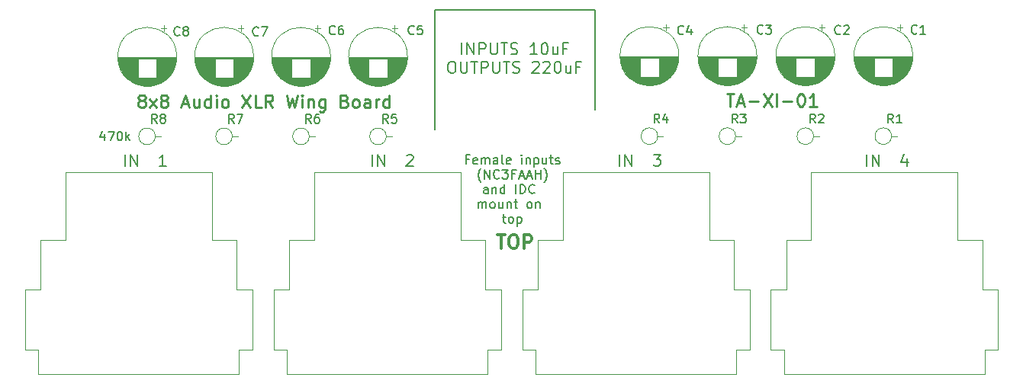
<source format=gbr>
%TF.GenerationSoftware,KiCad,Pcbnew,9.0.0*%
%TF.CreationDate,2025-03-26T11:50:56+11:00*%
%TF.ProjectId,Wing Board 4 XLR MK II,57696e67-2042-46f6-9172-64203420584c,rev?*%
%TF.SameCoordinates,Original*%
%TF.FileFunction,Legend,Top*%
%TF.FilePolarity,Positive*%
%FSLAX46Y46*%
G04 Gerber Fmt 4.6, Leading zero omitted, Abs format (unit mm)*
G04 Created by KiCad (PCBNEW 9.0.0) date 2025-03-26 11:50:56*
%MOMM*%
%LPD*%
G01*
G04 APERTURE LIST*
%ADD10C,0.228600*%
%ADD11C,0.300000*%
%ADD12C,0.203200*%
%ADD13C,0.177800*%
%ADD14C,0.150000*%
%ADD15C,0.120000*%
%ADD16C,0.200000*%
%ADD17C,1.400000*%
%ADD18O,1.400000X1.400000*%
%ADD19C,1.600000*%
%ADD20C,3.400000*%
%ADD21C,2.900000*%
%ADD22R,1.600000X1.600000*%
%ADD23C,3.500001*%
%ADD24R,1.650000X1.650000*%
%ADD25C,1.650000*%
G04 APERTURE END LIST*
D10*
X78687990Y-8275345D02*
X79486276Y-8275345D01*
X79087133Y-9672345D02*
X79087133Y-8275345D01*
X79885419Y-9273202D02*
X80550657Y-9273202D01*
X79752371Y-9672345D02*
X80218038Y-8275345D01*
X80218038Y-8275345D02*
X80683704Y-9672345D01*
X81149372Y-9140155D02*
X82213753Y-9140155D01*
X82745943Y-8275345D02*
X83677276Y-9672345D01*
X83677276Y-8275345D02*
X82745943Y-9672345D01*
X84209467Y-9672345D02*
X84209467Y-8275345D01*
X84874705Y-9140155D02*
X85939086Y-9140155D01*
X86870419Y-8275345D02*
X87003466Y-8275345D01*
X87003466Y-8275345D02*
X87136514Y-8341869D01*
X87136514Y-8341869D02*
X87203038Y-8408393D01*
X87203038Y-8408393D02*
X87269562Y-8541441D01*
X87269562Y-8541441D02*
X87336085Y-8807536D01*
X87336085Y-8807536D02*
X87336085Y-9140155D01*
X87336085Y-9140155D02*
X87269562Y-9406250D01*
X87269562Y-9406250D02*
X87203038Y-9539298D01*
X87203038Y-9539298D02*
X87136514Y-9605822D01*
X87136514Y-9605822D02*
X87003466Y-9672345D01*
X87003466Y-9672345D02*
X86870419Y-9672345D01*
X86870419Y-9672345D02*
X86737371Y-9605822D01*
X86737371Y-9605822D02*
X86670847Y-9539298D01*
X86670847Y-9539298D02*
X86604324Y-9406250D01*
X86604324Y-9406250D02*
X86537800Y-9140155D01*
X86537800Y-9140155D02*
X86537800Y-8807536D01*
X86537800Y-8807536D02*
X86604324Y-8541441D01*
X86604324Y-8541441D02*
X86670847Y-8408393D01*
X86670847Y-8408393D02*
X86737371Y-8341869D01*
X86737371Y-8341869D02*
X86870419Y-8275345D01*
X88666561Y-9672345D02*
X87868276Y-9672345D01*
X88267419Y-9672345D02*
X88267419Y-8275345D01*
X88267419Y-8275345D02*
X88134371Y-8474917D01*
X88134371Y-8474917D02*
X88001323Y-8607964D01*
X88001323Y-8607964D02*
X87868276Y-8674488D01*
D11*
X53248425Y-23954828D02*
X54105568Y-23954828D01*
X53676996Y-25454828D02*
X53676996Y-23954828D01*
X54891282Y-23954828D02*
X55176996Y-23954828D01*
X55176996Y-23954828D02*
X55319853Y-24026257D01*
X55319853Y-24026257D02*
X55462710Y-24169114D01*
X55462710Y-24169114D02*
X55534139Y-24454828D01*
X55534139Y-24454828D02*
X55534139Y-24954828D01*
X55534139Y-24954828D02*
X55462710Y-25240542D01*
X55462710Y-25240542D02*
X55319853Y-25383400D01*
X55319853Y-25383400D02*
X55176996Y-25454828D01*
X55176996Y-25454828D02*
X54891282Y-25454828D01*
X54891282Y-25454828D02*
X54748425Y-25383400D01*
X54748425Y-25383400D02*
X54605567Y-25240542D01*
X54605567Y-25240542D02*
X54534139Y-24954828D01*
X54534139Y-24954828D02*
X54534139Y-24454828D01*
X54534139Y-24454828D02*
X54605567Y-24169114D01*
X54605567Y-24169114D02*
X54748425Y-24026257D01*
X54748425Y-24026257D02*
X54891282Y-23954828D01*
X56176996Y-25454828D02*
X56176996Y-23954828D01*
X56176996Y-23954828D02*
X56748425Y-23954828D01*
X56748425Y-23954828D02*
X56891282Y-24026257D01*
X56891282Y-24026257D02*
X56962711Y-24097685D01*
X56962711Y-24097685D02*
X57034139Y-24240542D01*
X57034139Y-24240542D02*
X57034139Y-24454828D01*
X57034139Y-24454828D02*
X56962711Y-24597685D01*
X56962711Y-24597685D02*
X56891282Y-24669114D01*
X56891282Y-24669114D02*
X56748425Y-24740542D01*
X56748425Y-24740542D02*
X56176996Y-24740542D01*
D12*
X39359114Y-16293209D02*
X39359114Y-15023209D01*
X39963876Y-16293209D02*
X39963876Y-15023209D01*
X39963876Y-15023209D02*
X40689591Y-16293209D01*
X40689591Y-16293209D02*
X40689591Y-15023209D01*
X43169114Y-15144161D02*
X43229590Y-15083685D01*
X43229590Y-15083685D02*
X43350543Y-15023209D01*
X43350543Y-15023209D02*
X43652924Y-15023209D01*
X43652924Y-15023209D02*
X43773876Y-15083685D01*
X43773876Y-15083685D02*
X43834352Y-15144161D01*
X43834352Y-15144161D02*
X43894829Y-15265113D01*
X43894829Y-15265113D02*
X43894829Y-15386066D01*
X43894829Y-15386066D02*
X43834352Y-15567494D01*
X43834352Y-15567494D02*
X43108638Y-16293209D01*
X43108638Y-16293209D02*
X43894829Y-16293209D01*
X94240048Y-16293209D02*
X94240048Y-15023209D01*
X94844810Y-16293209D02*
X94844810Y-15023209D01*
X94844810Y-15023209D02*
X95570525Y-16293209D01*
X95570525Y-16293209D02*
X95570525Y-15023209D01*
X98654810Y-15446542D02*
X98654810Y-16293209D01*
X98352429Y-14962733D02*
X98050048Y-15869875D01*
X98050048Y-15869875D02*
X98836239Y-15869875D01*
D10*
X13659758Y-9001060D02*
X13526710Y-8934536D01*
X13526710Y-8934536D02*
X13460187Y-8868012D01*
X13460187Y-8868012D02*
X13393663Y-8734964D01*
X13393663Y-8734964D02*
X13393663Y-8668441D01*
X13393663Y-8668441D02*
X13460187Y-8535393D01*
X13460187Y-8535393D02*
X13526710Y-8468869D01*
X13526710Y-8468869D02*
X13659758Y-8402345D01*
X13659758Y-8402345D02*
X13925853Y-8402345D01*
X13925853Y-8402345D02*
X14058901Y-8468869D01*
X14058901Y-8468869D02*
X14125425Y-8535393D01*
X14125425Y-8535393D02*
X14191948Y-8668441D01*
X14191948Y-8668441D02*
X14191948Y-8734964D01*
X14191948Y-8734964D02*
X14125425Y-8868012D01*
X14125425Y-8868012D02*
X14058901Y-8934536D01*
X14058901Y-8934536D02*
X13925853Y-9001060D01*
X13925853Y-9001060D02*
X13659758Y-9001060D01*
X13659758Y-9001060D02*
X13526710Y-9067583D01*
X13526710Y-9067583D02*
X13460187Y-9134107D01*
X13460187Y-9134107D02*
X13393663Y-9267155D01*
X13393663Y-9267155D02*
X13393663Y-9533250D01*
X13393663Y-9533250D02*
X13460187Y-9666298D01*
X13460187Y-9666298D02*
X13526710Y-9732822D01*
X13526710Y-9732822D02*
X13659758Y-9799345D01*
X13659758Y-9799345D02*
X13925853Y-9799345D01*
X13925853Y-9799345D02*
X14058901Y-9732822D01*
X14058901Y-9732822D02*
X14125425Y-9666298D01*
X14125425Y-9666298D02*
X14191948Y-9533250D01*
X14191948Y-9533250D02*
X14191948Y-9267155D01*
X14191948Y-9267155D02*
X14125425Y-9134107D01*
X14125425Y-9134107D02*
X14058901Y-9067583D01*
X14058901Y-9067583D02*
X13925853Y-9001060D01*
X14657615Y-9799345D02*
X15389377Y-8868012D01*
X14657615Y-8868012D02*
X15389377Y-9799345D01*
X16121139Y-9001060D02*
X15988091Y-8934536D01*
X15988091Y-8934536D02*
X15921568Y-8868012D01*
X15921568Y-8868012D02*
X15855044Y-8734964D01*
X15855044Y-8734964D02*
X15855044Y-8668441D01*
X15855044Y-8668441D02*
X15921568Y-8535393D01*
X15921568Y-8535393D02*
X15988091Y-8468869D01*
X15988091Y-8468869D02*
X16121139Y-8402345D01*
X16121139Y-8402345D02*
X16387234Y-8402345D01*
X16387234Y-8402345D02*
X16520282Y-8468869D01*
X16520282Y-8468869D02*
X16586806Y-8535393D01*
X16586806Y-8535393D02*
X16653329Y-8668441D01*
X16653329Y-8668441D02*
X16653329Y-8734964D01*
X16653329Y-8734964D02*
X16586806Y-8868012D01*
X16586806Y-8868012D02*
X16520282Y-8934536D01*
X16520282Y-8934536D02*
X16387234Y-9001060D01*
X16387234Y-9001060D02*
X16121139Y-9001060D01*
X16121139Y-9001060D02*
X15988091Y-9067583D01*
X15988091Y-9067583D02*
X15921568Y-9134107D01*
X15921568Y-9134107D02*
X15855044Y-9267155D01*
X15855044Y-9267155D02*
X15855044Y-9533250D01*
X15855044Y-9533250D02*
X15921568Y-9666298D01*
X15921568Y-9666298D02*
X15988091Y-9732822D01*
X15988091Y-9732822D02*
X16121139Y-9799345D01*
X16121139Y-9799345D02*
X16387234Y-9799345D01*
X16387234Y-9799345D02*
X16520282Y-9732822D01*
X16520282Y-9732822D02*
X16586806Y-9666298D01*
X16586806Y-9666298D02*
X16653329Y-9533250D01*
X16653329Y-9533250D02*
X16653329Y-9267155D01*
X16653329Y-9267155D02*
X16586806Y-9134107D01*
X16586806Y-9134107D02*
X16520282Y-9067583D01*
X16520282Y-9067583D02*
X16387234Y-9001060D01*
X18249901Y-9400202D02*
X18915139Y-9400202D01*
X18116853Y-9799345D02*
X18582520Y-8402345D01*
X18582520Y-8402345D02*
X19048186Y-9799345D01*
X20112568Y-8868012D02*
X20112568Y-9799345D01*
X19513854Y-8868012D02*
X19513854Y-9599774D01*
X19513854Y-9599774D02*
X19580377Y-9732822D01*
X19580377Y-9732822D02*
X19713425Y-9799345D01*
X19713425Y-9799345D02*
X19912996Y-9799345D01*
X19912996Y-9799345D02*
X20046044Y-9732822D01*
X20046044Y-9732822D02*
X20112568Y-9666298D01*
X21376520Y-9799345D02*
X21376520Y-8402345D01*
X21376520Y-9732822D02*
X21243472Y-9799345D01*
X21243472Y-9799345D02*
X20977377Y-9799345D01*
X20977377Y-9799345D02*
X20844329Y-9732822D01*
X20844329Y-9732822D02*
X20777806Y-9666298D01*
X20777806Y-9666298D02*
X20711282Y-9533250D01*
X20711282Y-9533250D02*
X20711282Y-9134107D01*
X20711282Y-9134107D02*
X20777806Y-9001060D01*
X20777806Y-9001060D02*
X20844329Y-8934536D01*
X20844329Y-8934536D02*
X20977377Y-8868012D01*
X20977377Y-8868012D02*
X21243472Y-8868012D01*
X21243472Y-8868012D02*
X21376520Y-8934536D01*
X22041758Y-9799345D02*
X22041758Y-8868012D01*
X22041758Y-8402345D02*
X21975234Y-8468869D01*
X21975234Y-8468869D02*
X22041758Y-8535393D01*
X22041758Y-8535393D02*
X22108281Y-8468869D01*
X22108281Y-8468869D02*
X22041758Y-8402345D01*
X22041758Y-8402345D02*
X22041758Y-8535393D01*
X22906567Y-9799345D02*
X22773519Y-9732822D01*
X22773519Y-9732822D02*
X22706996Y-9666298D01*
X22706996Y-9666298D02*
X22640472Y-9533250D01*
X22640472Y-9533250D02*
X22640472Y-9134107D01*
X22640472Y-9134107D02*
X22706996Y-9001060D01*
X22706996Y-9001060D02*
X22773519Y-8934536D01*
X22773519Y-8934536D02*
X22906567Y-8868012D01*
X22906567Y-8868012D02*
X23106138Y-8868012D01*
X23106138Y-8868012D02*
X23239186Y-8934536D01*
X23239186Y-8934536D02*
X23305710Y-9001060D01*
X23305710Y-9001060D02*
X23372234Y-9134107D01*
X23372234Y-9134107D02*
X23372234Y-9533250D01*
X23372234Y-9533250D02*
X23305710Y-9666298D01*
X23305710Y-9666298D02*
X23239186Y-9732822D01*
X23239186Y-9732822D02*
X23106138Y-9799345D01*
X23106138Y-9799345D02*
X22906567Y-9799345D01*
X24902281Y-8402345D02*
X25833614Y-9799345D01*
X25833614Y-8402345D02*
X24902281Y-9799345D01*
X27031043Y-9799345D02*
X26365805Y-9799345D01*
X26365805Y-9799345D02*
X26365805Y-8402345D01*
X28294995Y-9799345D02*
X27829329Y-9134107D01*
X27496710Y-9799345D02*
X27496710Y-8402345D01*
X27496710Y-8402345D02*
X28028900Y-8402345D01*
X28028900Y-8402345D02*
X28161948Y-8468869D01*
X28161948Y-8468869D02*
X28228471Y-8535393D01*
X28228471Y-8535393D02*
X28294995Y-8668441D01*
X28294995Y-8668441D02*
X28294995Y-8868012D01*
X28294995Y-8868012D02*
X28228471Y-9001060D01*
X28228471Y-9001060D02*
X28161948Y-9067583D01*
X28161948Y-9067583D02*
X28028900Y-9134107D01*
X28028900Y-9134107D02*
X27496710Y-9134107D01*
X29825043Y-8402345D02*
X30157662Y-9799345D01*
X30157662Y-9799345D02*
X30423757Y-8801488D01*
X30423757Y-8801488D02*
X30689852Y-9799345D01*
X30689852Y-9799345D02*
X31022472Y-8402345D01*
X31554662Y-9799345D02*
X31554662Y-8868012D01*
X31554662Y-8402345D02*
X31488138Y-8468869D01*
X31488138Y-8468869D02*
X31554662Y-8535393D01*
X31554662Y-8535393D02*
X31621185Y-8468869D01*
X31621185Y-8468869D02*
X31554662Y-8402345D01*
X31554662Y-8402345D02*
X31554662Y-8535393D01*
X32219900Y-8868012D02*
X32219900Y-9799345D01*
X32219900Y-9001060D02*
X32286423Y-8934536D01*
X32286423Y-8934536D02*
X32419471Y-8868012D01*
X32419471Y-8868012D02*
X32619042Y-8868012D01*
X32619042Y-8868012D02*
X32752090Y-8934536D01*
X32752090Y-8934536D02*
X32818614Y-9067583D01*
X32818614Y-9067583D02*
X32818614Y-9799345D01*
X34082566Y-8868012D02*
X34082566Y-9998917D01*
X34082566Y-9998917D02*
X34016042Y-10131964D01*
X34016042Y-10131964D02*
X33949518Y-10198488D01*
X33949518Y-10198488D02*
X33816471Y-10265012D01*
X33816471Y-10265012D02*
X33616899Y-10265012D01*
X33616899Y-10265012D02*
X33483852Y-10198488D01*
X34082566Y-9732822D02*
X33949518Y-9799345D01*
X33949518Y-9799345D02*
X33683423Y-9799345D01*
X33683423Y-9799345D02*
X33550375Y-9732822D01*
X33550375Y-9732822D02*
X33483852Y-9666298D01*
X33483852Y-9666298D02*
X33417328Y-9533250D01*
X33417328Y-9533250D02*
X33417328Y-9134107D01*
X33417328Y-9134107D02*
X33483852Y-9001060D01*
X33483852Y-9001060D02*
X33550375Y-8934536D01*
X33550375Y-8934536D02*
X33683423Y-8868012D01*
X33683423Y-8868012D02*
X33949518Y-8868012D01*
X33949518Y-8868012D02*
X34082566Y-8934536D01*
X36277851Y-9067583D02*
X36477423Y-9134107D01*
X36477423Y-9134107D02*
X36543946Y-9200631D01*
X36543946Y-9200631D02*
X36610470Y-9333679D01*
X36610470Y-9333679D02*
X36610470Y-9533250D01*
X36610470Y-9533250D02*
X36543946Y-9666298D01*
X36543946Y-9666298D02*
X36477423Y-9732822D01*
X36477423Y-9732822D02*
X36344375Y-9799345D01*
X36344375Y-9799345D02*
X35812185Y-9799345D01*
X35812185Y-9799345D02*
X35812185Y-8402345D01*
X35812185Y-8402345D02*
X36277851Y-8402345D01*
X36277851Y-8402345D02*
X36410899Y-8468869D01*
X36410899Y-8468869D02*
X36477423Y-8535393D01*
X36477423Y-8535393D02*
X36543946Y-8668441D01*
X36543946Y-8668441D02*
X36543946Y-8801488D01*
X36543946Y-8801488D02*
X36477423Y-8934536D01*
X36477423Y-8934536D02*
X36410899Y-9001060D01*
X36410899Y-9001060D02*
X36277851Y-9067583D01*
X36277851Y-9067583D02*
X35812185Y-9067583D01*
X37408756Y-9799345D02*
X37275708Y-9732822D01*
X37275708Y-9732822D02*
X37209185Y-9666298D01*
X37209185Y-9666298D02*
X37142661Y-9533250D01*
X37142661Y-9533250D02*
X37142661Y-9134107D01*
X37142661Y-9134107D02*
X37209185Y-9001060D01*
X37209185Y-9001060D02*
X37275708Y-8934536D01*
X37275708Y-8934536D02*
X37408756Y-8868012D01*
X37408756Y-8868012D02*
X37608327Y-8868012D01*
X37608327Y-8868012D02*
X37741375Y-8934536D01*
X37741375Y-8934536D02*
X37807899Y-9001060D01*
X37807899Y-9001060D02*
X37874423Y-9134107D01*
X37874423Y-9134107D02*
X37874423Y-9533250D01*
X37874423Y-9533250D02*
X37807899Y-9666298D01*
X37807899Y-9666298D02*
X37741375Y-9732822D01*
X37741375Y-9732822D02*
X37608327Y-9799345D01*
X37608327Y-9799345D02*
X37408756Y-9799345D01*
X39071851Y-9799345D02*
X39071851Y-9067583D01*
X39071851Y-9067583D02*
X39005327Y-8934536D01*
X39005327Y-8934536D02*
X38872279Y-8868012D01*
X38872279Y-8868012D02*
X38606184Y-8868012D01*
X38606184Y-8868012D02*
X38473137Y-8934536D01*
X39071851Y-9732822D02*
X38938803Y-9799345D01*
X38938803Y-9799345D02*
X38606184Y-9799345D01*
X38606184Y-9799345D02*
X38473137Y-9732822D01*
X38473137Y-9732822D02*
X38406613Y-9599774D01*
X38406613Y-9599774D02*
X38406613Y-9466726D01*
X38406613Y-9466726D02*
X38473137Y-9333679D01*
X38473137Y-9333679D02*
X38606184Y-9267155D01*
X38606184Y-9267155D02*
X38938803Y-9267155D01*
X38938803Y-9267155D02*
X39071851Y-9200631D01*
X39737089Y-9799345D02*
X39737089Y-8868012D01*
X39737089Y-9134107D02*
X39803612Y-9001060D01*
X39803612Y-9001060D02*
X39870136Y-8934536D01*
X39870136Y-8934536D02*
X40003184Y-8868012D01*
X40003184Y-8868012D02*
X40136231Y-8868012D01*
X41200613Y-9799345D02*
X41200613Y-8402345D01*
X41200613Y-9732822D02*
X41067565Y-9799345D01*
X41067565Y-9799345D02*
X40801470Y-9799345D01*
X40801470Y-9799345D02*
X40668422Y-9732822D01*
X40668422Y-9732822D02*
X40601899Y-9666298D01*
X40601899Y-9666298D02*
X40535375Y-9533250D01*
X40535375Y-9533250D02*
X40535375Y-9134107D01*
X40535375Y-9134107D02*
X40601899Y-9001060D01*
X40601899Y-9001060D02*
X40668422Y-8934536D01*
X40668422Y-8934536D02*
X40801470Y-8868012D01*
X40801470Y-8868012D02*
X41067565Y-8868012D01*
X41067565Y-8868012D02*
X41200613Y-8934536D01*
D13*
X50076705Y-15549812D02*
X49738038Y-15549812D01*
X49738038Y-16082002D02*
X49738038Y-15066002D01*
X49738038Y-15066002D02*
X50221848Y-15066002D01*
X50995943Y-16033622D02*
X50899181Y-16082002D01*
X50899181Y-16082002D02*
X50705657Y-16082002D01*
X50705657Y-16082002D02*
X50608895Y-16033622D01*
X50608895Y-16033622D02*
X50560514Y-15936860D01*
X50560514Y-15936860D02*
X50560514Y-15549812D01*
X50560514Y-15549812D02*
X50608895Y-15453050D01*
X50608895Y-15453050D02*
X50705657Y-15404669D01*
X50705657Y-15404669D02*
X50899181Y-15404669D01*
X50899181Y-15404669D02*
X50995943Y-15453050D01*
X50995943Y-15453050D02*
X51044324Y-15549812D01*
X51044324Y-15549812D02*
X51044324Y-15646574D01*
X51044324Y-15646574D02*
X50560514Y-15743336D01*
X51479752Y-16082002D02*
X51479752Y-15404669D01*
X51479752Y-15501431D02*
X51528133Y-15453050D01*
X51528133Y-15453050D02*
X51624895Y-15404669D01*
X51624895Y-15404669D02*
X51770038Y-15404669D01*
X51770038Y-15404669D02*
X51866800Y-15453050D01*
X51866800Y-15453050D02*
X51915181Y-15549812D01*
X51915181Y-15549812D02*
X51915181Y-16082002D01*
X51915181Y-15549812D02*
X51963562Y-15453050D01*
X51963562Y-15453050D02*
X52060324Y-15404669D01*
X52060324Y-15404669D02*
X52205467Y-15404669D01*
X52205467Y-15404669D02*
X52302228Y-15453050D01*
X52302228Y-15453050D02*
X52350609Y-15549812D01*
X52350609Y-15549812D02*
X52350609Y-16082002D01*
X53269848Y-16082002D02*
X53269848Y-15549812D01*
X53269848Y-15549812D02*
X53221467Y-15453050D01*
X53221467Y-15453050D02*
X53124705Y-15404669D01*
X53124705Y-15404669D02*
X52931181Y-15404669D01*
X52931181Y-15404669D02*
X52834419Y-15453050D01*
X53269848Y-16033622D02*
X53173086Y-16082002D01*
X53173086Y-16082002D02*
X52931181Y-16082002D01*
X52931181Y-16082002D02*
X52834419Y-16033622D01*
X52834419Y-16033622D02*
X52786038Y-15936860D01*
X52786038Y-15936860D02*
X52786038Y-15840098D01*
X52786038Y-15840098D02*
X52834419Y-15743336D01*
X52834419Y-15743336D02*
X52931181Y-15694955D01*
X52931181Y-15694955D02*
X53173086Y-15694955D01*
X53173086Y-15694955D02*
X53269848Y-15646574D01*
X53898800Y-16082002D02*
X53802038Y-16033622D01*
X53802038Y-16033622D02*
X53753657Y-15936860D01*
X53753657Y-15936860D02*
X53753657Y-15066002D01*
X54672895Y-16033622D02*
X54576133Y-16082002D01*
X54576133Y-16082002D02*
X54382609Y-16082002D01*
X54382609Y-16082002D02*
X54285847Y-16033622D01*
X54285847Y-16033622D02*
X54237466Y-15936860D01*
X54237466Y-15936860D02*
X54237466Y-15549812D01*
X54237466Y-15549812D02*
X54285847Y-15453050D01*
X54285847Y-15453050D02*
X54382609Y-15404669D01*
X54382609Y-15404669D02*
X54576133Y-15404669D01*
X54576133Y-15404669D02*
X54672895Y-15453050D01*
X54672895Y-15453050D02*
X54721276Y-15549812D01*
X54721276Y-15549812D02*
X54721276Y-15646574D01*
X54721276Y-15646574D02*
X54237466Y-15743336D01*
X55930799Y-16082002D02*
X55930799Y-15404669D01*
X55930799Y-15066002D02*
X55882418Y-15114383D01*
X55882418Y-15114383D02*
X55930799Y-15162764D01*
X55930799Y-15162764D02*
X55979180Y-15114383D01*
X55979180Y-15114383D02*
X55930799Y-15066002D01*
X55930799Y-15066002D02*
X55930799Y-15162764D01*
X56414609Y-15404669D02*
X56414609Y-16082002D01*
X56414609Y-15501431D02*
X56462990Y-15453050D01*
X56462990Y-15453050D02*
X56559752Y-15404669D01*
X56559752Y-15404669D02*
X56704895Y-15404669D01*
X56704895Y-15404669D02*
X56801657Y-15453050D01*
X56801657Y-15453050D02*
X56850038Y-15549812D01*
X56850038Y-15549812D02*
X56850038Y-16082002D01*
X57333847Y-15404669D02*
X57333847Y-16420669D01*
X57333847Y-15453050D02*
X57430609Y-15404669D01*
X57430609Y-15404669D02*
X57624133Y-15404669D01*
X57624133Y-15404669D02*
X57720895Y-15453050D01*
X57720895Y-15453050D02*
X57769276Y-15501431D01*
X57769276Y-15501431D02*
X57817657Y-15598193D01*
X57817657Y-15598193D02*
X57817657Y-15888479D01*
X57817657Y-15888479D02*
X57769276Y-15985241D01*
X57769276Y-15985241D02*
X57720895Y-16033622D01*
X57720895Y-16033622D02*
X57624133Y-16082002D01*
X57624133Y-16082002D02*
X57430609Y-16082002D01*
X57430609Y-16082002D02*
X57333847Y-16033622D01*
X58688514Y-15404669D02*
X58688514Y-16082002D01*
X58253085Y-15404669D02*
X58253085Y-15936860D01*
X58253085Y-15936860D02*
X58301466Y-16033622D01*
X58301466Y-16033622D02*
X58398228Y-16082002D01*
X58398228Y-16082002D02*
X58543371Y-16082002D01*
X58543371Y-16082002D02*
X58640133Y-16033622D01*
X58640133Y-16033622D02*
X58688514Y-15985241D01*
X59027180Y-15404669D02*
X59414228Y-15404669D01*
X59172323Y-15066002D02*
X59172323Y-15936860D01*
X59172323Y-15936860D02*
X59220704Y-16033622D01*
X59220704Y-16033622D02*
X59317466Y-16082002D01*
X59317466Y-16082002D02*
X59414228Y-16082002D01*
X59704513Y-16033622D02*
X59801275Y-16082002D01*
X59801275Y-16082002D02*
X59994799Y-16082002D01*
X59994799Y-16082002D02*
X60091561Y-16033622D01*
X60091561Y-16033622D02*
X60139942Y-15936860D01*
X60139942Y-15936860D02*
X60139942Y-15888479D01*
X60139942Y-15888479D02*
X60091561Y-15791717D01*
X60091561Y-15791717D02*
X59994799Y-15743336D01*
X59994799Y-15743336D02*
X59849656Y-15743336D01*
X59849656Y-15743336D02*
X59752894Y-15694955D01*
X59752894Y-15694955D02*
X59704513Y-15598193D01*
X59704513Y-15598193D02*
X59704513Y-15549812D01*
X59704513Y-15549812D02*
X59752894Y-15453050D01*
X59752894Y-15453050D02*
X59849656Y-15404669D01*
X59849656Y-15404669D02*
X59994799Y-15404669D01*
X59994799Y-15404669D02*
X60091561Y-15453050D01*
X51407181Y-18104753D02*
X51358800Y-18056372D01*
X51358800Y-18056372D02*
X51262038Y-17911229D01*
X51262038Y-17911229D02*
X51213657Y-17814467D01*
X51213657Y-17814467D02*
X51165276Y-17669325D01*
X51165276Y-17669325D02*
X51116895Y-17427420D01*
X51116895Y-17427420D02*
X51116895Y-17233896D01*
X51116895Y-17233896D02*
X51165276Y-16991991D01*
X51165276Y-16991991D02*
X51213657Y-16846848D01*
X51213657Y-16846848D02*
X51262038Y-16750086D01*
X51262038Y-16750086D02*
X51358800Y-16604944D01*
X51358800Y-16604944D02*
X51407181Y-16556563D01*
X51794228Y-17717705D02*
X51794228Y-16701705D01*
X51794228Y-16701705D02*
X52374800Y-17717705D01*
X52374800Y-17717705D02*
X52374800Y-16701705D01*
X53439181Y-17620944D02*
X53390800Y-17669325D01*
X53390800Y-17669325D02*
X53245657Y-17717705D01*
X53245657Y-17717705D02*
X53148895Y-17717705D01*
X53148895Y-17717705D02*
X53003752Y-17669325D01*
X53003752Y-17669325D02*
X52906990Y-17572563D01*
X52906990Y-17572563D02*
X52858609Y-17475801D01*
X52858609Y-17475801D02*
X52810228Y-17282277D01*
X52810228Y-17282277D02*
X52810228Y-17137134D01*
X52810228Y-17137134D02*
X52858609Y-16943610D01*
X52858609Y-16943610D02*
X52906990Y-16846848D01*
X52906990Y-16846848D02*
X53003752Y-16750086D01*
X53003752Y-16750086D02*
X53148895Y-16701705D01*
X53148895Y-16701705D02*
X53245657Y-16701705D01*
X53245657Y-16701705D02*
X53390800Y-16750086D01*
X53390800Y-16750086D02*
X53439181Y-16798467D01*
X53777847Y-16701705D02*
X54406800Y-16701705D01*
X54406800Y-16701705D02*
X54068133Y-17088753D01*
X54068133Y-17088753D02*
X54213276Y-17088753D01*
X54213276Y-17088753D02*
X54310038Y-17137134D01*
X54310038Y-17137134D02*
X54358419Y-17185515D01*
X54358419Y-17185515D02*
X54406800Y-17282277D01*
X54406800Y-17282277D02*
X54406800Y-17524182D01*
X54406800Y-17524182D02*
X54358419Y-17620944D01*
X54358419Y-17620944D02*
X54310038Y-17669325D01*
X54310038Y-17669325D02*
X54213276Y-17717705D01*
X54213276Y-17717705D02*
X53922990Y-17717705D01*
X53922990Y-17717705D02*
X53826228Y-17669325D01*
X53826228Y-17669325D02*
X53777847Y-17620944D01*
X55180895Y-17185515D02*
X54842228Y-17185515D01*
X54842228Y-17717705D02*
X54842228Y-16701705D01*
X54842228Y-16701705D02*
X55326038Y-16701705D01*
X55664704Y-17427420D02*
X56148514Y-17427420D01*
X55567942Y-17717705D02*
X55906609Y-16701705D01*
X55906609Y-16701705D02*
X56245276Y-17717705D01*
X56535561Y-17427420D02*
X57019371Y-17427420D01*
X56438799Y-17717705D02*
X56777466Y-16701705D01*
X56777466Y-16701705D02*
X57116133Y-17717705D01*
X57454799Y-17717705D02*
X57454799Y-16701705D01*
X57454799Y-17185515D02*
X58035371Y-17185515D01*
X58035371Y-17717705D02*
X58035371Y-16701705D01*
X58422418Y-18104753D02*
X58470799Y-18056372D01*
X58470799Y-18056372D02*
X58567561Y-17911229D01*
X58567561Y-17911229D02*
X58615942Y-17814467D01*
X58615942Y-17814467D02*
X58664323Y-17669325D01*
X58664323Y-17669325D02*
X58712704Y-17427420D01*
X58712704Y-17427420D02*
X58712704Y-17233896D01*
X58712704Y-17233896D02*
X58664323Y-16991991D01*
X58664323Y-16991991D02*
X58615942Y-16846848D01*
X58615942Y-16846848D02*
X58567561Y-16750086D01*
X58567561Y-16750086D02*
X58470799Y-16604944D01*
X58470799Y-16604944D02*
X58422418Y-16556563D01*
X52181276Y-19353408D02*
X52181276Y-18821218D01*
X52181276Y-18821218D02*
X52132895Y-18724456D01*
X52132895Y-18724456D02*
X52036133Y-18676075D01*
X52036133Y-18676075D02*
X51842609Y-18676075D01*
X51842609Y-18676075D02*
X51745847Y-18724456D01*
X52181276Y-19305028D02*
X52084514Y-19353408D01*
X52084514Y-19353408D02*
X51842609Y-19353408D01*
X51842609Y-19353408D02*
X51745847Y-19305028D01*
X51745847Y-19305028D02*
X51697466Y-19208266D01*
X51697466Y-19208266D02*
X51697466Y-19111504D01*
X51697466Y-19111504D02*
X51745847Y-19014742D01*
X51745847Y-19014742D02*
X51842609Y-18966361D01*
X51842609Y-18966361D02*
X52084514Y-18966361D01*
X52084514Y-18966361D02*
X52181276Y-18917980D01*
X52665085Y-18676075D02*
X52665085Y-19353408D01*
X52665085Y-18772837D02*
X52713466Y-18724456D01*
X52713466Y-18724456D02*
X52810228Y-18676075D01*
X52810228Y-18676075D02*
X52955371Y-18676075D01*
X52955371Y-18676075D02*
X53052133Y-18724456D01*
X53052133Y-18724456D02*
X53100514Y-18821218D01*
X53100514Y-18821218D02*
X53100514Y-19353408D01*
X54019752Y-19353408D02*
X54019752Y-18337408D01*
X54019752Y-19305028D02*
X53922990Y-19353408D01*
X53922990Y-19353408D02*
X53729466Y-19353408D01*
X53729466Y-19353408D02*
X53632704Y-19305028D01*
X53632704Y-19305028D02*
X53584323Y-19256647D01*
X53584323Y-19256647D02*
X53535942Y-19159885D01*
X53535942Y-19159885D02*
X53535942Y-18869599D01*
X53535942Y-18869599D02*
X53584323Y-18772837D01*
X53584323Y-18772837D02*
X53632704Y-18724456D01*
X53632704Y-18724456D02*
X53729466Y-18676075D01*
X53729466Y-18676075D02*
X53922990Y-18676075D01*
X53922990Y-18676075D02*
X54019752Y-18724456D01*
X55277656Y-19353408D02*
X55277656Y-18337408D01*
X55761466Y-19353408D02*
X55761466Y-18337408D01*
X55761466Y-18337408D02*
X56003371Y-18337408D01*
X56003371Y-18337408D02*
X56148514Y-18385789D01*
X56148514Y-18385789D02*
X56245276Y-18482551D01*
X56245276Y-18482551D02*
X56293657Y-18579313D01*
X56293657Y-18579313D02*
X56342038Y-18772837D01*
X56342038Y-18772837D02*
X56342038Y-18917980D01*
X56342038Y-18917980D02*
X56293657Y-19111504D01*
X56293657Y-19111504D02*
X56245276Y-19208266D01*
X56245276Y-19208266D02*
X56148514Y-19305028D01*
X56148514Y-19305028D02*
X56003371Y-19353408D01*
X56003371Y-19353408D02*
X55761466Y-19353408D01*
X57358038Y-19256647D02*
X57309657Y-19305028D01*
X57309657Y-19305028D02*
X57164514Y-19353408D01*
X57164514Y-19353408D02*
X57067752Y-19353408D01*
X57067752Y-19353408D02*
X56922609Y-19305028D01*
X56922609Y-19305028D02*
X56825847Y-19208266D01*
X56825847Y-19208266D02*
X56777466Y-19111504D01*
X56777466Y-19111504D02*
X56729085Y-18917980D01*
X56729085Y-18917980D02*
X56729085Y-18772837D01*
X56729085Y-18772837D02*
X56777466Y-18579313D01*
X56777466Y-18579313D02*
X56825847Y-18482551D01*
X56825847Y-18482551D02*
X56922609Y-18385789D01*
X56922609Y-18385789D02*
X57067752Y-18337408D01*
X57067752Y-18337408D02*
X57164514Y-18337408D01*
X57164514Y-18337408D02*
X57309657Y-18385789D01*
X57309657Y-18385789D02*
X57358038Y-18434170D01*
X51116895Y-20989111D02*
X51116895Y-20311778D01*
X51116895Y-20408540D02*
X51165276Y-20360159D01*
X51165276Y-20360159D02*
X51262038Y-20311778D01*
X51262038Y-20311778D02*
X51407181Y-20311778D01*
X51407181Y-20311778D02*
X51503943Y-20360159D01*
X51503943Y-20360159D02*
X51552324Y-20456921D01*
X51552324Y-20456921D02*
X51552324Y-20989111D01*
X51552324Y-20456921D02*
X51600705Y-20360159D01*
X51600705Y-20360159D02*
X51697467Y-20311778D01*
X51697467Y-20311778D02*
X51842610Y-20311778D01*
X51842610Y-20311778D02*
X51939371Y-20360159D01*
X51939371Y-20360159D02*
X51987752Y-20456921D01*
X51987752Y-20456921D02*
X51987752Y-20989111D01*
X52616705Y-20989111D02*
X52519943Y-20940731D01*
X52519943Y-20940731D02*
X52471562Y-20892350D01*
X52471562Y-20892350D02*
X52423181Y-20795588D01*
X52423181Y-20795588D02*
X52423181Y-20505302D01*
X52423181Y-20505302D02*
X52471562Y-20408540D01*
X52471562Y-20408540D02*
X52519943Y-20360159D01*
X52519943Y-20360159D02*
X52616705Y-20311778D01*
X52616705Y-20311778D02*
X52761848Y-20311778D01*
X52761848Y-20311778D02*
X52858610Y-20360159D01*
X52858610Y-20360159D02*
X52906991Y-20408540D01*
X52906991Y-20408540D02*
X52955372Y-20505302D01*
X52955372Y-20505302D02*
X52955372Y-20795588D01*
X52955372Y-20795588D02*
X52906991Y-20892350D01*
X52906991Y-20892350D02*
X52858610Y-20940731D01*
X52858610Y-20940731D02*
X52761848Y-20989111D01*
X52761848Y-20989111D02*
X52616705Y-20989111D01*
X53826229Y-20311778D02*
X53826229Y-20989111D01*
X53390800Y-20311778D02*
X53390800Y-20843969D01*
X53390800Y-20843969D02*
X53439181Y-20940731D01*
X53439181Y-20940731D02*
X53535943Y-20989111D01*
X53535943Y-20989111D02*
X53681086Y-20989111D01*
X53681086Y-20989111D02*
X53777848Y-20940731D01*
X53777848Y-20940731D02*
X53826229Y-20892350D01*
X54310038Y-20311778D02*
X54310038Y-20989111D01*
X54310038Y-20408540D02*
X54358419Y-20360159D01*
X54358419Y-20360159D02*
X54455181Y-20311778D01*
X54455181Y-20311778D02*
X54600324Y-20311778D01*
X54600324Y-20311778D02*
X54697086Y-20360159D01*
X54697086Y-20360159D02*
X54745467Y-20456921D01*
X54745467Y-20456921D02*
X54745467Y-20989111D01*
X55084133Y-20311778D02*
X55471181Y-20311778D01*
X55229276Y-19973111D02*
X55229276Y-20843969D01*
X55229276Y-20843969D02*
X55277657Y-20940731D01*
X55277657Y-20940731D02*
X55374419Y-20989111D01*
X55374419Y-20989111D02*
X55471181Y-20989111D01*
X56729085Y-20989111D02*
X56632323Y-20940731D01*
X56632323Y-20940731D02*
X56583942Y-20892350D01*
X56583942Y-20892350D02*
X56535561Y-20795588D01*
X56535561Y-20795588D02*
X56535561Y-20505302D01*
X56535561Y-20505302D02*
X56583942Y-20408540D01*
X56583942Y-20408540D02*
X56632323Y-20360159D01*
X56632323Y-20360159D02*
X56729085Y-20311778D01*
X56729085Y-20311778D02*
X56874228Y-20311778D01*
X56874228Y-20311778D02*
X56970990Y-20360159D01*
X56970990Y-20360159D02*
X57019371Y-20408540D01*
X57019371Y-20408540D02*
X57067752Y-20505302D01*
X57067752Y-20505302D02*
X57067752Y-20795588D01*
X57067752Y-20795588D02*
X57019371Y-20892350D01*
X57019371Y-20892350D02*
X56970990Y-20940731D01*
X56970990Y-20940731D02*
X56874228Y-20989111D01*
X56874228Y-20989111D02*
X56729085Y-20989111D01*
X57503180Y-20311778D02*
X57503180Y-20989111D01*
X57503180Y-20408540D02*
X57551561Y-20360159D01*
X57551561Y-20360159D02*
X57648323Y-20311778D01*
X57648323Y-20311778D02*
X57793466Y-20311778D01*
X57793466Y-20311778D02*
X57890228Y-20360159D01*
X57890228Y-20360159D02*
X57938609Y-20456921D01*
X57938609Y-20456921D02*
X57938609Y-20989111D01*
X53802038Y-21947481D02*
X54189086Y-21947481D01*
X53947181Y-21608814D02*
X53947181Y-22479672D01*
X53947181Y-22479672D02*
X53995562Y-22576434D01*
X53995562Y-22576434D02*
X54092324Y-22624814D01*
X54092324Y-22624814D02*
X54189086Y-22624814D01*
X54672895Y-22624814D02*
X54576133Y-22576434D01*
X54576133Y-22576434D02*
X54527752Y-22528053D01*
X54527752Y-22528053D02*
X54479371Y-22431291D01*
X54479371Y-22431291D02*
X54479371Y-22141005D01*
X54479371Y-22141005D02*
X54527752Y-22044243D01*
X54527752Y-22044243D02*
X54576133Y-21995862D01*
X54576133Y-21995862D02*
X54672895Y-21947481D01*
X54672895Y-21947481D02*
X54818038Y-21947481D01*
X54818038Y-21947481D02*
X54914800Y-21995862D01*
X54914800Y-21995862D02*
X54963181Y-22044243D01*
X54963181Y-22044243D02*
X55011562Y-22141005D01*
X55011562Y-22141005D02*
X55011562Y-22431291D01*
X55011562Y-22431291D02*
X54963181Y-22528053D01*
X54963181Y-22528053D02*
X54914800Y-22576434D01*
X54914800Y-22576434D02*
X54818038Y-22624814D01*
X54818038Y-22624814D02*
X54672895Y-22624814D01*
X55446990Y-21947481D02*
X55446990Y-22963481D01*
X55446990Y-21995862D02*
X55543752Y-21947481D01*
X55543752Y-21947481D02*
X55737276Y-21947481D01*
X55737276Y-21947481D02*
X55834038Y-21995862D01*
X55834038Y-21995862D02*
X55882419Y-22044243D01*
X55882419Y-22044243D02*
X55930800Y-22141005D01*
X55930800Y-22141005D02*
X55930800Y-22431291D01*
X55930800Y-22431291D02*
X55882419Y-22528053D01*
X55882419Y-22528053D02*
X55834038Y-22576434D01*
X55834038Y-22576434D02*
X55737276Y-22624814D01*
X55737276Y-22624814D02*
X55543752Y-22624814D01*
X55543752Y-22624814D02*
X55446990Y-22576434D01*
D12*
X11918648Y-16293209D02*
X11918648Y-15023209D01*
X12523410Y-16293209D02*
X12523410Y-15023209D01*
X12523410Y-15023209D02*
X13249125Y-16293209D01*
X13249125Y-16293209D02*
X13249125Y-15023209D01*
X16454363Y-16293209D02*
X15728648Y-16293209D01*
X16091505Y-16293209D02*
X16091505Y-15023209D01*
X16091505Y-15023209D02*
X15970553Y-15204637D01*
X15970553Y-15204637D02*
X15849601Y-15325590D01*
X15849601Y-15325590D02*
X15728648Y-15386066D01*
X66799580Y-16293209D02*
X66799580Y-15023209D01*
X67404342Y-16293209D02*
X67404342Y-15023209D01*
X67404342Y-15023209D02*
X68130057Y-16293209D01*
X68130057Y-16293209D02*
X68130057Y-15023209D01*
X70549104Y-15023209D02*
X71335295Y-15023209D01*
X71335295Y-15023209D02*
X70911961Y-15507018D01*
X70911961Y-15507018D02*
X71093390Y-15507018D01*
X71093390Y-15507018D02*
X71214342Y-15567494D01*
X71214342Y-15567494D02*
X71274818Y-15627971D01*
X71274818Y-15627971D02*
X71335295Y-15748923D01*
X71335295Y-15748923D02*
X71335295Y-16051304D01*
X71335295Y-16051304D02*
X71274818Y-16172256D01*
X71274818Y-16172256D02*
X71214342Y-16232733D01*
X71214342Y-16232733D02*
X71093390Y-16293209D01*
X71093390Y-16293209D02*
X70730533Y-16293209D01*
X70730533Y-16293209D02*
X70609580Y-16232733D01*
X70609580Y-16232733D02*
X70549104Y-16172256D01*
X49275609Y-3905280D02*
X49275609Y-2635280D01*
X49880371Y-3905280D02*
X49880371Y-2635280D01*
X49880371Y-2635280D02*
X50606086Y-3905280D01*
X50606086Y-3905280D02*
X50606086Y-2635280D01*
X51210847Y-3905280D02*
X51210847Y-2635280D01*
X51210847Y-2635280D02*
X51694657Y-2635280D01*
X51694657Y-2635280D02*
X51815609Y-2695756D01*
X51815609Y-2695756D02*
X51876086Y-2756232D01*
X51876086Y-2756232D02*
X51936562Y-2877184D01*
X51936562Y-2877184D02*
X51936562Y-3058613D01*
X51936562Y-3058613D02*
X51876086Y-3179565D01*
X51876086Y-3179565D02*
X51815609Y-3240042D01*
X51815609Y-3240042D02*
X51694657Y-3300518D01*
X51694657Y-3300518D02*
X51210847Y-3300518D01*
X52480847Y-2635280D02*
X52480847Y-3663375D01*
X52480847Y-3663375D02*
X52541324Y-3784327D01*
X52541324Y-3784327D02*
X52601800Y-3844804D01*
X52601800Y-3844804D02*
X52722752Y-3905280D01*
X52722752Y-3905280D02*
X52964657Y-3905280D01*
X52964657Y-3905280D02*
X53085609Y-3844804D01*
X53085609Y-3844804D02*
X53146086Y-3784327D01*
X53146086Y-3784327D02*
X53206562Y-3663375D01*
X53206562Y-3663375D02*
X53206562Y-2635280D01*
X53629895Y-2635280D02*
X54355609Y-2635280D01*
X53992752Y-3905280D02*
X53992752Y-2635280D01*
X54718466Y-3844804D02*
X54899895Y-3905280D01*
X54899895Y-3905280D02*
X55202276Y-3905280D01*
X55202276Y-3905280D02*
X55323228Y-3844804D01*
X55323228Y-3844804D02*
X55383704Y-3784327D01*
X55383704Y-3784327D02*
X55444181Y-3663375D01*
X55444181Y-3663375D02*
X55444181Y-3542423D01*
X55444181Y-3542423D02*
X55383704Y-3421470D01*
X55383704Y-3421470D02*
X55323228Y-3360994D01*
X55323228Y-3360994D02*
X55202276Y-3300518D01*
X55202276Y-3300518D02*
X54960371Y-3240042D01*
X54960371Y-3240042D02*
X54839419Y-3179565D01*
X54839419Y-3179565D02*
X54778942Y-3119089D01*
X54778942Y-3119089D02*
X54718466Y-2998137D01*
X54718466Y-2998137D02*
X54718466Y-2877184D01*
X54718466Y-2877184D02*
X54778942Y-2756232D01*
X54778942Y-2756232D02*
X54839419Y-2695756D01*
X54839419Y-2695756D02*
X54960371Y-2635280D01*
X54960371Y-2635280D02*
X55262752Y-2635280D01*
X55262752Y-2635280D02*
X55444181Y-2695756D01*
X57621324Y-3905280D02*
X56895609Y-3905280D01*
X57258466Y-3905280D02*
X57258466Y-2635280D01*
X57258466Y-2635280D02*
X57137514Y-2816708D01*
X57137514Y-2816708D02*
X57016562Y-2937661D01*
X57016562Y-2937661D02*
X56895609Y-2998137D01*
X58407514Y-2635280D02*
X58528467Y-2635280D01*
X58528467Y-2635280D02*
X58649419Y-2695756D01*
X58649419Y-2695756D02*
X58709895Y-2756232D01*
X58709895Y-2756232D02*
X58770371Y-2877184D01*
X58770371Y-2877184D02*
X58830848Y-3119089D01*
X58830848Y-3119089D02*
X58830848Y-3421470D01*
X58830848Y-3421470D02*
X58770371Y-3663375D01*
X58770371Y-3663375D02*
X58709895Y-3784327D01*
X58709895Y-3784327D02*
X58649419Y-3844804D01*
X58649419Y-3844804D02*
X58528467Y-3905280D01*
X58528467Y-3905280D02*
X58407514Y-3905280D01*
X58407514Y-3905280D02*
X58286562Y-3844804D01*
X58286562Y-3844804D02*
X58226086Y-3784327D01*
X58226086Y-3784327D02*
X58165609Y-3663375D01*
X58165609Y-3663375D02*
X58105133Y-3421470D01*
X58105133Y-3421470D02*
X58105133Y-3119089D01*
X58105133Y-3119089D02*
X58165609Y-2877184D01*
X58165609Y-2877184D02*
X58226086Y-2756232D01*
X58226086Y-2756232D02*
X58286562Y-2695756D01*
X58286562Y-2695756D02*
X58407514Y-2635280D01*
X59919419Y-3058613D02*
X59919419Y-3905280D01*
X59375133Y-3058613D02*
X59375133Y-3723851D01*
X59375133Y-3723851D02*
X59435610Y-3844804D01*
X59435610Y-3844804D02*
X59556562Y-3905280D01*
X59556562Y-3905280D02*
X59737991Y-3905280D01*
X59737991Y-3905280D02*
X59858943Y-3844804D01*
X59858943Y-3844804D02*
X59919419Y-3784327D01*
X60947515Y-3240042D02*
X60524181Y-3240042D01*
X60524181Y-3905280D02*
X60524181Y-2635280D01*
X60524181Y-2635280D02*
X61128943Y-2635280D01*
X48066085Y-4679909D02*
X48307990Y-4679909D01*
X48307990Y-4679909D02*
X48428942Y-4740385D01*
X48428942Y-4740385D02*
X48549895Y-4861337D01*
X48549895Y-4861337D02*
X48610371Y-5103242D01*
X48610371Y-5103242D02*
X48610371Y-5526575D01*
X48610371Y-5526575D02*
X48549895Y-5768480D01*
X48549895Y-5768480D02*
X48428942Y-5889433D01*
X48428942Y-5889433D02*
X48307990Y-5949909D01*
X48307990Y-5949909D02*
X48066085Y-5949909D01*
X48066085Y-5949909D02*
X47945133Y-5889433D01*
X47945133Y-5889433D02*
X47824180Y-5768480D01*
X47824180Y-5768480D02*
X47763704Y-5526575D01*
X47763704Y-5526575D02*
X47763704Y-5103242D01*
X47763704Y-5103242D02*
X47824180Y-4861337D01*
X47824180Y-4861337D02*
X47945133Y-4740385D01*
X47945133Y-4740385D02*
X48066085Y-4679909D01*
X49154656Y-4679909D02*
X49154656Y-5708004D01*
X49154656Y-5708004D02*
X49215133Y-5828956D01*
X49215133Y-5828956D02*
X49275609Y-5889433D01*
X49275609Y-5889433D02*
X49396561Y-5949909D01*
X49396561Y-5949909D02*
X49638466Y-5949909D01*
X49638466Y-5949909D02*
X49759418Y-5889433D01*
X49759418Y-5889433D02*
X49819895Y-5828956D01*
X49819895Y-5828956D02*
X49880371Y-5708004D01*
X49880371Y-5708004D02*
X49880371Y-4679909D01*
X50303704Y-4679909D02*
X51029418Y-4679909D01*
X50666561Y-5949909D02*
X50666561Y-4679909D01*
X51452751Y-5949909D02*
X51452751Y-4679909D01*
X51452751Y-4679909D02*
X51936561Y-4679909D01*
X51936561Y-4679909D02*
X52057513Y-4740385D01*
X52057513Y-4740385D02*
X52117990Y-4800861D01*
X52117990Y-4800861D02*
X52178466Y-4921813D01*
X52178466Y-4921813D02*
X52178466Y-5103242D01*
X52178466Y-5103242D02*
X52117990Y-5224194D01*
X52117990Y-5224194D02*
X52057513Y-5284671D01*
X52057513Y-5284671D02*
X51936561Y-5345147D01*
X51936561Y-5345147D02*
X51452751Y-5345147D01*
X52722751Y-4679909D02*
X52722751Y-5708004D01*
X52722751Y-5708004D02*
X52783228Y-5828956D01*
X52783228Y-5828956D02*
X52843704Y-5889433D01*
X52843704Y-5889433D02*
X52964656Y-5949909D01*
X52964656Y-5949909D02*
X53206561Y-5949909D01*
X53206561Y-5949909D02*
X53327513Y-5889433D01*
X53327513Y-5889433D02*
X53387990Y-5828956D01*
X53387990Y-5828956D02*
X53448466Y-5708004D01*
X53448466Y-5708004D02*
X53448466Y-4679909D01*
X53871799Y-4679909D02*
X54597513Y-4679909D01*
X54234656Y-5949909D02*
X54234656Y-4679909D01*
X54960370Y-5889433D02*
X55141799Y-5949909D01*
X55141799Y-5949909D02*
X55444180Y-5949909D01*
X55444180Y-5949909D02*
X55565132Y-5889433D01*
X55565132Y-5889433D02*
X55625608Y-5828956D01*
X55625608Y-5828956D02*
X55686085Y-5708004D01*
X55686085Y-5708004D02*
X55686085Y-5587052D01*
X55686085Y-5587052D02*
X55625608Y-5466099D01*
X55625608Y-5466099D02*
X55565132Y-5405623D01*
X55565132Y-5405623D02*
X55444180Y-5345147D01*
X55444180Y-5345147D02*
X55202275Y-5284671D01*
X55202275Y-5284671D02*
X55081323Y-5224194D01*
X55081323Y-5224194D02*
X55020846Y-5163718D01*
X55020846Y-5163718D02*
X54960370Y-5042766D01*
X54960370Y-5042766D02*
X54960370Y-4921813D01*
X54960370Y-4921813D02*
X55020846Y-4800861D01*
X55020846Y-4800861D02*
X55081323Y-4740385D01*
X55081323Y-4740385D02*
X55202275Y-4679909D01*
X55202275Y-4679909D02*
X55504656Y-4679909D01*
X55504656Y-4679909D02*
X55686085Y-4740385D01*
X57137513Y-4800861D02*
X57197989Y-4740385D01*
X57197989Y-4740385D02*
X57318942Y-4679909D01*
X57318942Y-4679909D02*
X57621323Y-4679909D01*
X57621323Y-4679909D02*
X57742275Y-4740385D01*
X57742275Y-4740385D02*
X57802751Y-4800861D01*
X57802751Y-4800861D02*
X57863228Y-4921813D01*
X57863228Y-4921813D02*
X57863228Y-5042766D01*
X57863228Y-5042766D02*
X57802751Y-5224194D01*
X57802751Y-5224194D02*
X57077037Y-5949909D01*
X57077037Y-5949909D02*
X57863228Y-5949909D01*
X58347037Y-4800861D02*
X58407513Y-4740385D01*
X58407513Y-4740385D02*
X58528466Y-4679909D01*
X58528466Y-4679909D02*
X58830847Y-4679909D01*
X58830847Y-4679909D02*
X58951799Y-4740385D01*
X58951799Y-4740385D02*
X59012275Y-4800861D01*
X59012275Y-4800861D02*
X59072752Y-4921813D01*
X59072752Y-4921813D02*
X59072752Y-5042766D01*
X59072752Y-5042766D02*
X59012275Y-5224194D01*
X59012275Y-5224194D02*
X58286561Y-5949909D01*
X58286561Y-5949909D02*
X59072752Y-5949909D01*
X59858942Y-4679909D02*
X59979895Y-4679909D01*
X59979895Y-4679909D02*
X60100847Y-4740385D01*
X60100847Y-4740385D02*
X60161323Y-4800861D01*
X60161323Y-4800861D02*
X60221799Y-4921813D01*
X60221799Y-4921813D02*
X60282276Y-5163718D01*
X60282276Y-5163718D02*
X60282276Y-5466099D01*
X60282276Y-5466099D02*
X60221799Y-5708004D01*
X60221799Y-5708004D02*
X60161323Y-5828956D01*
X60161323Y-5828956D02*
X60100847Y-5889433D01*
X60100847Y-5889433D02*
X59979895Y-5949909D01*
X59979895Y-5949909D02*
X59858942Y-5949909D01*
X59858942Y-5949909D02*
X59737990Y-5889433D01*
X59737990Y-5889433D02*
X59677514Y-5828956D01*
X59677514Y-5828956D02*
X59617037Y-5708004D01*
X59617037Y-5708004D02*
X59556561Y-5466099D01*
X59556561Y-5466099D02*
X59556561Y-5163718D01*
X59556561Y-5163718D02*
X59617037Y-4921813D01*
X59617037Y-4921813D02*
X59677514Y-4800861D01*
X59677514Y-4800861D02*
X59737990Y-4740385D01*
X59737990Y-4740385D02*
X59858942Y-4679909D01*
X61370847Y-5103242D02*
X61370847Y-5949909D01*
X60826561Y-5103242D02*
X60826561Y-5768480D01*
X60826561Y-5768480D02*
X60887038Y-5889433D01*
X60887038Y-5889433D02*
X61007990Y-5949909D01*
X61007990Y-5949909D02*
X61189419Y-5949909D01*
X61189419Y-5949909D02*
X61310371Y-5889433D01*
X61310371Y-5889433D02*
X61370847Y-5828956D01*
X62398943Y-5284671D02*
X61975609Y-5284671D01*
X61975609Y-5949909D02*
X61975609Y-4679909D01*
X61975609Y-4679909D02*
X62580371Y-4679909D01*
D14*
X32536765Y-11539619D02*
X32203432Y-11063428D01*
X31965337Y-11539619D02*
X31965337Y-10539619D01*
X31965337Y-10539619D02*
X32346289Y-10539619D01*
X32346289Y-10539619D02*
X32441527Y-10587238D01*
X32441527Y-10587238D02*
X32489146Y-10634857D01*
X32489146Y-10634857D02*
X32536765Y-10730095D01*
X32536765Y-10730095D02*
X32536765Y-10872952D01*
X32536765Y-10872952D02*
X32489146Y-10968190D01*
X32489146Y-10968190D02*
X32441527Y-11015809D01*
X32441527Y-11015809D02*
X32346289Y-11063428D01*
X32346289Y-11063428D02*
X31965337Y-11063428D01*
X33393908Y-10539619D02*
X33203432Y-10539619D01*
X33203432Y-10539619D02*
X33108194Y-10587238D01*
X33108194Y-10587238D02*
X33060575Y-10634857D01*
X33060575Y-10634857D02*
X32965337Y-10777714D01*
X32965337Y-10777714D02*
X32917718Y-10968190D01*
X32917718Y-10968190D02*
X32917718Y-11349142D01*
X32917718Y-11349142D02*
X32965337Y-11444380D01*
X32965337Y-11444380D02*
X33012956Y-11492000D01*
X33012956Y-11492000D02*
X33108194Y-11539619D01*
X33108194Y-11539619D02*
X33298670Y-11539619D01*
X33298670Y-11539619D02*
X33393908Y-11492000D01*
X33393908Y-11492000D02*
X33441527Y-11444380D01*
X33441527Y-11444380D02*
X33489146Y-11349142D01*
X33489146Y-11349142D02*
X33489146Y-11111047D01*
X33489146Y-11111047D02*
X33441527Y-11015809D01*
X33441527Y-11015809D02*
X33393908Y-10968190D01*
X33393908Y-10968190D02*
X33298670Y-10920571D01*
X33298670Y-10920571D02*
X33108194Y-10920571D01*
X33108194Y-10920571D02*
X33012956Y-10968190D01*
X33012956Y-10968190D02*
X32965337Y-11015809D01*
X32965337Y-11015809D02*
X32917718Y-11111047D01*
X15446033Y-11539619D02*
X15112700Y-11063428D01*
X14874605Y-11539619D02*
X14874605Y-10539619D01*
X14874605Y-10539619D02*
X15255557Y-10539619D01*
X15255557Y-10539619D02*
X15350795Y-10587238D01*
X15350795Y-10587238D02*
X15398414Y-10634857D01*
X15398414Y-10634857D02*
X15446033Y-10730095D01*
X15446033Y-10730095D02*
X15446033Y-10872952D01*
X15446033Y-10872952D02*
X15398414Y-10968190D01*
X15398414Y-10968190D02*
X15350795Y-11015809D01*
X15350795Y-11015809D02*
X15255557Y-11063428D01*
X15255557Y-11063428D02*
X14874605Y-11063428D01*
X16017462Y-10968190D02*
X15922224Y-10920571D01*
X15922224Y-10920571D02*
X15874605Y-10872952D01*
X15874605Y-10872952D02*
X15826986Y-10777714D01*
X15826986Y-10777714D02*
X15826986Y-10730095D01*
X15826986Y-10730095D02*
X15874605Y-10634857D01*
X15874605Y-10634857D02*
X15922224Y-10587238D01*
X15922224Y-10587238D02*
X16017462Y-10539619D01*
X16017462Y-10539619D02*
X16207938Y-10539619D01*
X16207938Y-10539619D02*
X16303176Y-10587238D01*
X16303176Y-10587238D02*
X16350795Y-10634857D01*
X16350795Y-10634857D02*
X16398414Y-10730095D01*
X16398414Y-10730095D02*
X16398414Y-10777714D01*
X16398414Y-10777714D02*
X16350795Y-10872952D01*
X16350795Y-10872952D02*
X16303176Y-10920571D01*
X16303176Y-10920571D02*
X16207938Y-10968190D01*
X16207938Y-10968190D02*
X16017462Y-10968190D01*
X16017462Y-10968190D02*
X15922224Y-11015809D01*
X15922224Y-11015809D02*
X15874605Y-11063428D01*
X15874605Y-11063428D02*
X15826986Y-11158666D01*
X15826986Y-11158666D02*
X15826986Y-11349142D01*
X15826986Y-11349142D02*
X15874605Y-11444380D01*
X15874605Y-11444380D02*
X15922224Y-11492000D01*
X15922224Y-11492000D02*
X16017462Y-11539619D01*
X16017462Y-11539619D02*
X16207938Y-11539619D01*
X16207938Y-11539619D02*
X16303176Y-11492000D01*
X16303176Y-11492000D02*
X16350795Y-11444380D01*
X16350795Y-11444380D02*
X16398414Y-11349142D01*
X16398414Y-11349142D02*
X16398414Y-11158666D01*
X16398414Y-11158666D02*
X16350795Y-11063428D01*
X16350795Y-11063428D02*
X16303176Y-11015809D01*
X16303176Y-11015809D02*
X16207938Y-10968190D01*
X9602933Y-12792952D02*
X9602933Y-13459619D01*
X9364838Y-12412000D02*
X9126743Y-13126285D01*
X9126743Y-13126285D02*
X9745790Y-13126285D01*
X10031505Y-12459619D02*
X10698171Y-12459619D01*
X10698171Y-12459619D02*
X10269600Y-13459619D01*
X11269600Y-12459619D02*
X11364838Y-12459619D01*
X11364838Y-12459619D02*
X11460076Y-12507238D01*
X11460076Y-12507238D02*
X11507695Y-12554857D01*
X11507695Y-12554857D02*
X11555314Y-12650095D01*
X11555314Y-12650095D02*
X11602933Y-12840571D01*
X11602933Y-12840571D02*
X11602933Y-13078666D01*
X11602933Y-13078666D02*
X11555314Y-13269142D01*
X11555314Y-13269142D02*
X11507695Y-13364380D01*
X11507695Y-13364380D02*
X11460076Y-13412000D01*
X11460076Y-13412000D02*
X11364838Y-13459619D01*
X11364838Y-13459619D02*
X11269600Y-13459619D01*
X11269600Y-13459619D02*
X11174362Y-13412000D01*
X11174362Y-13412000D02*
X11126743Y-13364380D01*
X11126743Y-13364380D02*
X11079124Y-13269142D01*
X11079124Y-13269142D02*
X11031505Y-13078666D01*
X11031505Y-13078666D02*
X11031505Y-12840571D01*
X11031505Y-12840571D02*
X11079124Y-12650095D01*
X11079124Y-12650095D02*
X11126743Y-12554857D01*
X11126743Y-12554857D02*
X11174362Y-12507238D01*
X11174362Y-12507238D02*
X11269600Y-12459619D01*
X12031505Y-13459619D02*
X12031505Y-12459619D01*
X12126743Y-13078666D02*
X12412457Y-13459619D01*
X12412457Y-12792952D02*
X12031505Y-13173904D01*
X41082133Y-11539619D02*
X40748800Y-11063428D01*
X40510705Y-11539619D02*
X40510705Y-10539619D01*
X40510705Y-10539619D02*
X40891657Y-10539619D01*
X40891657Y-10539619D02*
X40986895Y-10587238D01*
X40986895Y-10587238D02*
X41034514Y-10634857D01*
X41034514Y-10634857D02*
X41082133Y-10730095D01*
X41082133Y-10730095D02*
X41082133Y-10872952D01*
X41082133Y-10872952D02*
X41034514Y-10968190D01*
X41034514Y-10968190D02*
X40986895Y-11015809D01*
X40986895Y-11015809D02*
X40891657Y-11063428D01*
X40891657Y-11063428D02*
X40510705Y-11063428D01*
X41986895Y-10539619D02*
X41510705Y-10539619D01*
X41510705Y-10539619D02*
X41463086Y-11015809D01*
X41463086Y-11015809D02*
X41510705Y-10968190D01*
X41510705Y-10968190D02*
X41605943Y-10920571D01*
X41605943Y-10920571D02*
X41844038Y-10920571D01*
X41844038Y-10920571D02*
X41939276Y-10968190D01*
X41939276Y-10968190D02*
X41986895Y-11015809D01*
X41986895Y-11015809D02*
X42034514Y-11111047D01*
X42034514Y-11111047D02*
X42034514Y-11349142D01*
X42034514Y-11349142D02*
X41986895Y-11444380D01*
X41986895Y-11444380D02*
X41939276Y-11492000D01*
X41939276Y-11492000D02*
X41844038Y-11539619D01*
X41844038Y-11539619D02*
X41605943Y-11539619D01*
X41605943Y-11539619D02*
X41510705Y-11492000D01*
X41510705Y-11492000D02*
X41463086Y-11444380D01*
X17968933Y-1731180D02*
X17921314Y-1778800D01*
X17921314Y-1778800D02*
X17778457Y-1826419D01*
X17778457Y-1826419D02*
X17683219Y-1826419D01*
X17683219Y-1826419D02*
X17540362Y-1778800D01*
X17540362Y-1778800D02*
X17445124Y-1683561D01*
X17445124Y-1683561D02*
X17397505Y-1588323D01*
X17397505Y-1588323D02*
X17349886Y-1397847D01*
X17349886Y-1397847D02*
X17349886Y-1254990D01*
X17349886Y-1254990D02*
X17397505Y-1064514D01*
X17397505Y-1064514D02*
X17445124Y-969276D01*
X17445124Y-969276D02*
X17540362Y-874038D01*
X17540362Y-874038D02*
X17683219Y-826419D01*
X17683219Y-826419D02*
X17778457Y-826419D01*
X17778457Y-826419D02*
X17921314Y-874038D01*
X17921314Y-874038D02*
X17968933Y-921657D01*
X18540362Y-1254990D02*
X18445124Y-1207371D01*
X18445124Y-1207371D02*
X18397505Y-1159752D01*
X18397505Y-1159752D02*
X18349886Y-1064514D01*
X18349886Y-1064514D02*
X18349886Y-1016895D01*
X18349886Y-1016895D02*
X18397505Y-921657D01*
X18397505Y-921657D02*
X18445124Y-874038D01*
X18445124Y-874038D02*
X18540362Y-826419D01*
X18540362Y-826419D02*
X18730838Y-826419D01*
X18730838Y-826419D02*
X18826076Y-874038D01*
X18826076Y-874038D02*
X18873695Y-921657D01*
X18873695Y-921657D02*
X18921314Y-1016895D01*
X18921314Y-1016895D02*
X18921314Y-1064514D01*
X18921314Y-1064514D02*
X18873695Y-1159752D01*
X18873695Y-1159752D02*
X18826076Y-1207371D01*
X18826076Y-1207371D02*
X18730838Y-1254990D01*
X18730838Y-1254990D02*
X18540362Y-1254990D01*
X18540362Y-1254990D02*
X18445124Y-1302609D01*
X18445124Y-1302609D02*
X18397505Y-1350228D01*
X18397505Y-1350228D02*
X18349886Y-1445466D01*
X18349886Y-1445466D02*
X18349886Y-1635942D01*
X18349886Y-1635942D02*
X18397505Y-1731180D01*
X18397505Y-1731180D02*
X18445124Y-1778800D01*
X18445124Y-1778800D02*
X18540362Y-1826419D01*
X18540362Y-1826419D02*
X18730838Y-1826419D01*
X18730838Y-1826419D02*
X18826076Y-1778800D01*
X18826076Y-1778800D02*
X18873695Y-1731180D01*
X18873695Y-1731180D02*
X18921314Y-1635942D01*
X18921314Y-1635942D02*
X18921314Y-1445466D01*
X18921314Y-1445466D02*
X18873695Y-1350228D01*
X18873695Y-1350228D02*
X18826076Y-1302609D01*
X18826076Y-1302609D02*
X18730838Y-1254990D01*
X43978533Y-1604180D02*
X43930914Y-1651800D01*
X43930914Y-1651800D02*
X43788057Y-1699419D01*
X43788057Y-1699419D02*
X43692819Y-1699419D01*
X43692819Y-1699419D02*
X43549962Y-1651800D01*
X43549962Y-1651800D02*
X43454724Y-1556561D01*
X43454724Y-1556561D02*
X43407105Y-1461323D01*
X43407105Y-1461323D02*
X43359486Y-1270847D01*
X43359486Y-1270847D02*
X43359486Y-1127990D01*
X43359486Y-1127990D02*
X43407105Y-937514D01*
X43407105Y-937514D02*
X43454724Y-842276D01*
X43454724Y-842276D02*
X43549962Y-747038D01*
X43549962Y-747038D02*
X43692819Y-699419D01*
X43692819Y-699419D02*
X43788057Y-699419D01*
X43788057Y-699419D02*
X43930914Y-747038D01*
X43930914Y-747038D02*
X43978533Y-794657D01*
X44883295Y-699419D02*
X44407105Y-699419D01*
X44407105Y-699419D02*
X44359486Y-1175609D01*
X44359486Y-1175609D02*
X44407105Y-1127990D01*
X44407105Y-1127990D02*
X44502343Y-1080371D01*
X44502343Y-1080371D02*
X44740438Y-1080371D01*
X44740438Y-1080371D02*
X44835676Y-1127990D01*
X44835676Y-1127990D02*
X44883295Y-1175609D01*
X44883295Y-1175609D02*
X44930914Y-1270847D01*
X44930914Y-1270847D02*
X44930914Y-1508942D01*
X44930914Y-1508942D02*
X44883295Y-1604180D01*
X44883295Y-1604180D02*
X44835676Y-1651800D01*
X44835676Y-1651800D02*
X44740438Y-1699419D01*
X44740438Y-1699419D02*
X44502343Y-1699419D01*
X44502343Y-1699419D02*
X44407105Y-1651800D01*
X44407105Y-1651800D02*
X44359486Y-1604180D01*
X26706533Y-1756580D02*
X26658914Y-1804200D01*
X26658914Y-1804200D02*
X26516057Y-1851819D01*
X26516057Y-1851819D02*
X26420819Y-1851819D01*
X26420819Y-1851819D02*
X26277962Y-1804200D01*
X26277962Y-1804200D02*
X26182724Y-1708961D01*
X26182724Y-1708961D02*
X26135105Y-1613723D01*
X26135105Y-1613723D02*
X26087486Y-1423247D01*
X26087486Y-1423247D02*
X26087486Y-1280390D01*
X26087486Y-1280390D02*
X26135105Y-1089914D01*
X26135105Y-1089914D02*
X26182724Y-994676D01*
X26182724Y-994676D02*
X26277962Y-899438D01*
X26277962Y-899438D02*
X26420819Y-851819D01*
X26420819Y-851819D02*
X26516057Y-851819D01*
X26516057Y-851819D02*
X26658914Y-899438D01*
X26658914Y-899438D02*
X26706533Y-947057D01*
X27039867Y-851819D02*
X27706533Y-851819D01*
X27706533Y-851819D02*
X27277962Y-1851819D01*
X88512399Y-11514219D02*
X88179066Y-11038028D01*
X87940971Y-11514219D02*
X87940971Y-10514219D01*
X87940971Y-10514219D02*
X88321923Y-10514219D01*
X88321923Y-10514219D02*
X88417161Y-10561838D01*
X88417161Y-10561838D02*
X88464780Y-10609457D01*
X88464780Y-10609457D02*
X88512399Y-10704695D01*
X88512399Y-10704695D02*
X88512399Y-10847552D01*
X88512399Y-10847552D02*
X88464780Y-10942790D01*
X88464780Y-10942790D02*
X88417161Y-10990409D01*
X88417161Y-10990409D02*
X88321923Y-11038028D01*
X88321923Y-11038028D02*
X87940971Y-11038028D01*
X88893352Y-10609457D02*
X88940971Y-10561838D01*
X88940971Y-10561838D02*
X89036209Y-10514219D01*
X89036209Y-10514219D02*
X89274304Y-10514219D01*
X89274304Y-10514219D02*
X89369542Y-10561838D01*
X89369542Y-10561838D02*
X89417161Y-10609457D01*
X89417161Y-10609457D02*
X89464780Y-10704695D01*
X89464780Y-10704695D02*
X89464780Y-10799933D01*
X89464780Y-10799933D02*
X89417161Y-10942790D01*
X89417161Y-10942790D02*
X88845733Y-11514219D01*
X88845733Y-11514219D02*
X89464780Y-11514219D01*
X82688133Y-1527980D02*
X82640514Y-1575600D01*
X82640514Y-1575600D02*
X82497657Y-1623219D01*
X82497657Y-1623219D02*
X82402419Y-1623219D01*
X82402419Y-1623219D02*
X82259562Y-1575600D01*
X82259562Y-1575600D02*
X82164324Y-1480361D01*
X82164324Y-1480361D02*
X82116705Y-1385123D01*
X82116705Y-1385123D02*
X82069086Y-1194647D01*
X82069086Y-1194647D02*
X82069086Y-1051790D01*
X82069086Y-1051790D02*
X82116705Y-861314D01*
X82116705Y-861314D02*
X82164324Y-766076D01*
X82164324Y-766076D02*
X82259562Y-670838D01*
X82259562Y-670838D02*
X82402419Y-623219D01*
X82402419Y-623219D02*
X82497657Y-623219D01*
X82497657Y-623219D02*
X82640514Y-670838D01*
X82640514Y-670838D02*
X82688133Y-718457D01*
X83021467Y-623219D02*
X83640514Y-623219D01*
X83640514Y-623219D02*
X83307181Y-1004171D01*
X83307181Y-1004171D02*
X83450038Y-1004171D01*
X83450038Y-1004171D02*
X83545276Y-1051790D01*
X83545276Y-1051790D02*
X83592895Y-1099409D01*
X83592895Y-1099409D02*
X83640514Y-1194647D01*
X83640514Y-1194647D02*
X83640514Y-1432742D01*
X83640514Y-1432742D02*
X83592895Y-1527980D01*
X83592895Y-1527980D02*
X83545276Y-1575600D01*
X83545276Y-1575600D02*
X83450038Y-1623219D01*
X83450038Y-1623219D02*
X83164324Y-1623219D01*
X83164324Y-1623219D02*
X83069086Y-1575600D01*
X83069086Y-1575600D02*
X83021467Y-1527980D01*
X35215533Y-1604180D02*
X35167914Y-1651800D01*
X35167914Y-1651800D02*
X35025057Y-1699419D01*
X35025057Y-1699419D02*
X34929819Y-1699419D01*
X34929819Y-1699419D02*
X34786962Y-1651800D01*
X34786962Y-1651800D02*
X34691724Y-1556561D01*
X34691724Y-1556561D02*
X34644105Y-1461323D01*
X34644105Y-1461323D02*
X34596486Y-1270847D01*
X34596486Y-1270847D02*
X34596486Y-1127990D01*
X34596486Y-1127990D02*
X34644105Y-937514D01*
X34644105Y-937514D02*
X34691724Y-842276D01*
X34691724Y-842276D02*
X34786962Y-747038D01*
X34786962Y-747038D02*
X34929819Y-699419D01*
X34929819Y-699419D02*
X35025057Y-699419D01*
X35025057Y-699419D02*
X35167914Y-747038D01*
X35167914Y-747038D02*
X35215533Y-794657D01*
X36072676Y-699419D02*
X35882200Y-699419D01*
X35882200Y-699419D02*
X35786962Y-747038D01*
X35786962Y-747038D02*
X35739343Y-794657D01*
X35739343Y-794657D02*
X35644105Y-937514D01*
X35644105Y-937514D02*
X35596486Y-1127990D01*
X35596486Y-1127990D02*
X35596486Y-1508942D01*
X35596486Y-1508942D02*
X35644105Y-1604180D01*
X35644105Y-1604180D02*
X35691724Y-1651800D01*
X35691724Y-1651800D02*
X35786962Y-1699419D01*
X35786962Y-1699419D02*
X35977438Y-1699419D01*
X35977438Y-1699419D02*
X36072676Y-1651800D01*
X36072676Y-1651800D02*
X36120295Y-1604180D01*
X36120295Y-1604180D02*
X36167914Y-1508942D01*
X36167914Y-1508942D02*
X36167914Y-1270847D01*
X36167914Y-1270847D02*
X36120295Y-1175609D01*
X36120295Y-1175609D02*
X36072676Y-1127990D01*
X36072676Y-1127990D02*
X35977438Y-1080371D01*
X35977438Y-1080371D02*
X35786962Y-1080371D01*
X35786962Y-1080371D02*
X35691724Y-1127990D01*
X35691724Y-1127990D02*
X35644105Y-1175609D01*
X35644105Y-1175609D02*
X35596486Y-1270847D01*
X71206533Y-11514219D02*
X70873200Y-11038028D01*
X70635105Y-11514219D02*
X70635105Y-10514219D01*
X70635105Y-10514219D02*
X71016057Y-10514219D01*
X71016057Y-10514219D02*
X71111295Y-10561838D01*
X71111295Y-10561838D02*
X71158914Y-10609457D01*
X71158914Y-10609457D02*
X71206533Y-10704695D01*
X71206533Y-10704695D02*
X71206533Y-10847552D01*
X71206533Y-10847552D02*
X71158914Y-10942790D01*
X71158914Y-10942790D02*
X71111295Y-10990409D01*
X71111295Y-10990409D02*
X71016057Y-11038028D01*
X71016057Y-11038028D02*
X70635105Y-11038028D01*
X72063676Y-10847552D02*
X72063676Y-11514219D01*
X71825581Y-10466600D02*
X71587486Y-11180885D01*
X71587486Y-11180885D02*
X72206533Y-11180885D01*
X97165333Y-11514219D02*
X96832000Y-11038028D01*
X96593905Y-11514219D02*
X96593905Y-10514219D01*
X96593905Y-10514219D02*
X96974857Y-10514219D01*
X96974857Y-10514219D02*
X97070095Y-10561838D01*
X97070095Y-10561838D02*
X97117714Y-10609457D01*
X97117714Y-10609457D02*
X97165333Y-10704695D01*
X97165333Y-10704695D02*
X97165333Y-10847552D01*
X97165333Y-10847552D02*
X97117714Y-10942790D01*
X97117714Y-10942790D02*
X97070095Y-10990409D01*
X97070095Y-10990409D02*
X96974857Y-11038028D01*
X96974857Y-11038028D02*
X96593905Y-11038028D01*
X98117714Y-11514219D02*
X97546286Y-11514219D01*
X97832000Y-11514219D02*
X97832000Y-10514219D01*
X97832000Y-10514219D02*
X97736762Y-10657076D01*
X97736762Y-10657076D02*
X97641524Y-10752314D01*
X97641524Y-10752314D02*
X97546286Y-10799933D01*
X91298733Y-1578780D02*
X91251114Y-1626400D01*
X91251114Y-1626400D02*
X91108257Y-1674019D01*
X91108257Y-1674019D02*
X91013019Y-1674019D01*
X91013019Y-1674019D02*
X90870162Y-1626400D01*
X90870162Y-1626400D02*
X90774924Y-1531161D01*
X90774924Y-1531161D02*
X90727305Y-1435923D01*
X90727305Y-1435923D02*
X90679686Y-1245447D01*
X90679686Y-1245447D02*
X90679686Y-1102590D01*
X90679686Y-1102590D02*
X90727305Y-912114D01*
X90727305Y-912114D02*
X90774924Y-816876D01*
X90774924Y-816876D02*
X90870162Y-721638D01*
X90870162Y-721638D02*
X91013019Y-674019D01*
X91013019Y-674019D02*
X91108257Y-674019D01*
X91108257Y-674019D02*
X91251114Y-721638D01*
X91251114Y-721638D02*
X91298733Y-769257D01*
X91679686Y-769257D02*
X91727305Y-721638D01*
X91727305Y-721638D02*
X91822543Y-674019D01*
X91822543Y-674019D02*
X92060638Y-674019D01*
X92060638Y-674019D02*
X92155876Y-721638D01*
X92155876Y-721638D02*
X92203495Y-769257D01*
X92203495Y-769257D02*
X92251114Y-864495D01*
X92251114Y-864495D02*
X92251114Y-959733D01*
X92251114Y-959733D02*
X92203495Y-1102590D01*
X92203495Y-1102590D02*
X91632067Y-1674019D01*
X91632067Y-1674019D02*
X92251114Y-1674019D01*
X73874333Y-1604180D02*
X73826714Y-1651800D01*
X73826714Y-1651800D02*
X73683857Y-1699419D01*
X73683857Y-1699419D02*
X73588619Y-1699419D01*
X73588619Y-1699419D02*
X73445762Y-1651800D01*
X73445762Y-1651800D02*
X73350524Y-1556561D01*
X73350524Y-1556561D02*
X73302905Y-1461323D01*
X73302905Y-1461323D02*
X73255286Y-1270847D01*
X73255286Y-1270847D02*
X73255286Y-1127990D01*
X73255286Y-1127990D02*
X73302905Y-937514D01*
X73302905Y-937514D02*
X73350524Y-842276D01*
X73350524Y-842276D02*
X73445762Y-747038D01*
X73445762Y-747038D02*
X73588619Y-699419D01*
X73588619Y-699419D02*
X73683857Y-699419D01*
X73683857Y-699419D02*
X73826714Y-747038D01*
X73826714Y-747038D02*
X73874333Y-794657D01*
X74731476Y-1032752D02*
X74731476Y-1699419D01*
X74493381Y-651800D02*
X74255286Y-1366085D01*
X74255286Y-1366085D02*
X74874333Y-1366085D01*
X23991399Y-11539619D02*
X23658066Y-11063428D01*
X23419971Y-11539619D02*
X23419971Y-10539619D01*
X23419971Y-10539619D02*
X23800923Y-10539619D01*
X23800923Y-10539619D02*
X23896161Y-10587238D01*
X23896161Y-10587238D02*
X23943780Y-10634857D01*
X23943780Y-10634857D02*
X23991399Y-10730095D01*
X23991399Y-10730095D02*
X23991399Y-10872952D01*
X23991399Y-10872952D02*
X23943780Y-10968190D01*
X23943780Y-10968190D02*
X23896161Y-11015809D01*
X23896161Y-11015809D02*
X23800923Y-11063428D01*
X23800923Y-11063428D02*
X23419971Y-11063428D01*
X24324733Y-10539619D02*
X24991399Y-10539619D01*
X24991399Y-10539619D02*
X24562828Y-11539619D01*
X79859466Y-11514219D02*
X79526133Y-11038028D01*
X79288038Y-11514219D02*
X79288038Y-10514219D01*
X79288038Y-10514219D02*
X79668990Y-10514219D01*
X79668990Y-10514219D02*
X79764228Y-10561838D01*
X79764228Y-10561838D02*
X79811847Y-10609457D01*
X79811847Y-10609457D02*
X79859466Y-10704695D01*
X79859466Y-10704695D02*
X79859466Y-10847552D01*
X79859466Y-10847552D02*
X79811847Y-10942790D01*
X79811847Y-10942790D02*
X79764228Y-10990409D01*
X79764228Y-10990409D02*
X79668990Y-11038028D01*
X79668990Y-11038028D02*
X79288038Y-11038028D01*
X80192800Y-10514219D02*
X80811847Y-10514219D01*
X80811847Y-10514219D02*
X80478514Y-10895171D01*
X80478514Y-10895171D02*
X80621371Y-10895171D01*
X80621371Y-10895171D02*
X80716609Y-10942790D01*
X80716609Y-10942790D02*
X80764228Y-10990409D01*
X80764228Y-10990409D02*
X80811847Y-11085647D01*
X80811847Y-11085647D02*
X80811847Y-11323742D01*
X80811847Y-11323742D02*
X80764228Y-11418980D01*
X80764228Y-11418980D02*
X80716609Y-11466600D01*
X80716609Y-11466600D02*
X80621371Y-11514219D01*
X80621371Y-11514219D02*
X80335657Y-11514219D01*
X80335657Y-11514219D02*
X80240419Y-11466600D01*
X80240419Y-11466600D02*
X80192800Y-11418980D01*
X99782333Y-1527980D02*
X99734714Y-1575600D01*
X99734714Y-1575600D02*
X99591857Y-1623219D01*
X99591857Y-1623219D02*
X99496619Y-1623219D01*
X99496619Y-1623219D02*
X99353762Y-1575600D01*
X99353762Y-1575600D02*
X99258524Y-1480361D01*
X99258524Y-1480361D02*
X99210905Y-1385123D01*
X99210905Y-1385123D02*
X99163286Y-1194647D01*
X99163286Y-1194647D02*
X99163286Y-1051790D01*
X99163286Y-1051790D02*
X99210905Y-861314D01*
X99210905Y-861314D02*
X99258524Y-766076D01*
X99258524Y-766076D02*
X99353762Y-670838D01*
X99353762Y-670838D02*
X99496619Y-623219D01*
X99496619Y-623219D02*
X99591857Y-623219D01*
X99591857Y-623219D02*
X99734714Y-670838D01*
X99734714Y-670838D02*
X99782333Y-718457D01*
X100734714Y-1623219D02*
X100163286Y-1623219D01*
X100449000Y-1623219D02*
X100449000Y-623219D01*
X100449000Y-623219D02*
X100353762Y-766076D01*
X100353762Y-766076D02*
X100258524Y-861314D01*
X100258524Y-861314D02*
X100163286Y-908933D01*
D15*
%TO.C,R6*%
X32353432Y-13004800D02*
X32973432Y-13004800D01*
X32353432Y-13004800D02*
G75*
G02*
X30513432Y-13004800I-920000J0D01*
G01*
X30513432Y-13004800D02*
G75*
G02*
X32353432Y-13004800I920000J0D01*
G01*
%TO.C,J5*%
X791200Y-29986400D02*
X2541200Y-29986400D01*
X791200Y-36726400D02*
X791200Y-29986400D01*
X2291200Y-36726400D02*
X791200Y-36726400D01*
X2291200Y-36726400D02*
X2291200Y-39426400D01*
X2541200Y-29986400D02*
X2541200Y-24486400D01*
X5291200Y-24486400D02*
X2541200Y-24486400D01*
X5291200Y-24486400D02*
X5291200Y-16986400D01*
X21531200Y-16986400D02*
X5291200Y-16986400D01*
X21531200Y-24486400D02*
X21531200Y-16986400D01*
X24281200Y-24486400D02*
X21531200Y-24486400D01*
X24281200Y-29986400D02*
X24281200Y-24486400D01*
X24281200Y-29986400D02*
X26031200Y-29986400D01*
X24531200Y-36726400D02*
X24531200Y-39426400D01*
X24531200Y-39426400D02*
X2291200Y-39426400D01*
X26031200Y-36726400D02*
X24531200Y-36726400D01*
X26031200Y-36726400D02*
X26031200Y-29986400D01*
%TO.C,R8*%
X15262700Y-13004800D02*
X15882700Y-13004800D01*
X15262700Y-13004800D02*
G75*
G02*
X13422700Y-13004800I-920000J0D01*
G01*
X13422700Y-13004800D02*
G75*
G02*
X15262700Y-13004800I920000J0D01*
G01*
%TO.C,R5*%
X40898800Y-13004800D02*
X41518800Y-13004800D01*
X40898800Y-13004800D02*
G75*
G02*
X39058800Y-13004800I-920000J0D01*
G01*
X39058800Y-13004800D02*
G75*
G02*
X40898800Y-13004800I920000J0D01*
G01*
%TO.C,C8*%
X13326667Y-4400200D02*
X11144667Y-4400200D01*
X13326667Y-4440200D02*
X11148667Y-4440200D01*
X13326667Y-4480200D02*
X11151667Y-4480200D01*
X13326667Y-4520200D02*
X11155667Y-4520200D01*
X13326667Y-4560200D02*
X11160667Y-4560200D01*
X13326667Y-4600200D02*
X11165667Y-4600200D01*
X13326667Y-4640200D02*
X11171667Y-4640200D01*
X13326667Y-4680200D02*
X11177667Y-4680200D01*
X13326667Y-4720200D02*
X11184667Y-4720200D01*
X13326667Y-4760200D02*
X11191667Y-4760200D01*
X13326667Y-4800200D02*
X11199667Y-4800200D01*
X13326667Y-4840200D02*
X11207667Y-4840200D01*
X13326667Y-4881200D02*
X11216667Y-4881200D01*
X13326667Y-4921200D02*
X11225667Y-4921200D01*
X13326667Y-4961200D02*
X11235667Y-4961200D01*
X13326667Y-5001200D02*
X11245667Y-5001200D01*
X13326667Y-5041200D02*
X11256667Y-5041200D01*
X13326667Y-5081200D02*
X11268667Y-5081200D01*
X13326667Y-5121200D02*
X11280667Y-5121200D01*
X13326667Y-5161200D02*
X11292667Y-5161200D01*
X13326667Y-5201200D02*
X11305667Y-5201200D01*
X13326667Y-5241200D02*
X11319667Y-5241200D01*
X13326667Y-5281200D02*
X11333667Y-5281200D01*
X13326667Y-5321200D02*
X11348667Y-5321200D01*
X13326667Y-5361200D02*
X11364667Y-5361200D01*
X13326667Y-5401200D02*
X11380667Y-5401200D01*
X13326667Y-5441200D02*
X11396667Y-5441200D01*
X13326667Y-5481200D02*
X11414667Y-5481200D01*
X13326667Y-5521200D02*
X11432667Y-5521200D01*
X13326667Y-5561200D02*
X11450667Y-5561200D01*
X13326667Y-5601200D02*
X11470667Y-5601200D01*
X13326667Y-5641200D02*
X11490667Y-5641200D01*
X13326667Y-5681200D02*
X11510667Y-5681200D01*
X13326667Y-5721200D02*
X11532667Y-5721200D01*
X13326667Y-5761200D02*
X11554667Y-5761200D01*
X13326667Y-5801200D02*
X11576667Y-5801200D01*
X13326667Y-5841200D02*
X11600667Y-5841200D01*
X13326667Y-5881200D02*
X11624667Y-5881200D01*
X13326667Y-5921200D02*
X11650667Y-5921200D01*
X13326667Y-5961200D02*
X11676667Y-5961200D01*
X13326667Y-6001200D02*
X11702667Y-6001200D01*
X13326667Y-6041200D02*
X11730667Y-6041200D01*
X13326667Y-6081200D02*
X11759667Y-6081200D01*
X13326667Y-6121200D02*
X11788667Y-6121200D01*
X13326667Y-6161200D02*
X11818667Y-6161200D01*
X13326667Y-6201200D02*
X11850667Y-6201200D01*
X13326667Y-6241200D02*
X11882667Y-6241200D01*
X13326667Y-6281200D02*
X11916667Y-6281200D01*
X13326667Y-6321200D02*
X11950667Y-6321200D01*
X13326667Y-6361200D02*
X11986667Y-6361200D01*
X13326667Y-6401200D02*
X12023667Y-6401200D01*
X13326667Y-6441200D02*
X12061667Y-6441200D01*
X14768667Y-7401200D02*
X13964667Y-7401200D01*
X14999667Y-7361200D02*
X13733667Y-7361200D01*
X15168667Y-7321200D02*
X13564667Y-7321200D01*
X15306667Y-7281200D02*
X13426667Y-7281200D01*
X15425667Y-7241200D02*
X13307667Y-7241200D01*
X15531667Y-7201200D02*
X13201667Y-7201200D01*
X15628667Y-7161200D02*
X13104667Y-7161200D01*
X15716667Y-7121200D02*
X13016667Y-7121200D01*
X15798667Y-7081200D02*
X12934667Y-7081200D01*
X15875667Y-7041200D02*
X12857667Y-7041200D01*
X15947667Y-7001200D02*
X12785667Y-7001200D01*
X16016667Y-6961200D02*
X12716667Y-6961200D01*
X16080667Y-6921200D02*
X12652667Y-6921200D01*
X16142667Y-6881200D02*
X12590667Y-6881200D01*
X16200667Y-6841200D02*
X12532667Y-6841200D01*
X16205667Y-659959D02*
X16205667Y-1289959D01*
X16256667Y-6801200D02*
X12476667Y-6801200D01*
X16310667Y-6761200D02*
X12422667Y-6761200D01*
X16361667Y-6721200D02*
X12371667Y-6721200D01*
X16410667Y-6681200D02*
X12322667Y-6681200D01*
X16458667Y-6641200D02*
X12274667Y-6641200D01*
X16503667Y-6601200D02*
X12229667Y-6601200D01*
X16520667Y-974959D02*
X15890667Y-974959D01*
X16548667Y-6561200D02*
X12184667Y-6561200D01*
X16590667Y-6521200D02*
X12142667Y-6521200D01*
X16631667Y-6481200D02*
X12101667Y-6481200D01*
X16671667Y-6441200D02*
X15406667Y-6441200D01*
X16709667Y-6401200D02*
X15406667Y-6401200D01*
X16746667Y-6361200D02*
X15406667Y-6361200D01*
X16782667Y-6321200D02*
X15406667Y-6321200D01*
X16816667Y-6281200D02*
X15406667Y-6281200D01*
X16850667Y-6241200D02*
X15406667Y-6241200D01*
X16882667Y-6201200D02*
X15406667Y-6201200D01*
X16914667Y-6161200D02*
X15406667Y-6161200D01*
X16944667Y-6121200D02*
X15406667Y-6121200D01*
X16973667Y-6081200D02*
X15406667Y-6081200D01*
X17002667Y-6041200D02*
X15406667Y-6041200D01*
X17030667Y-6001200D02*
X15406667Y-6001200D01*
X17056667Y-5961200D02*
X15406667Y-5961200D01*
X17082667Y-5921200D02*
X15406667Y-5921200D01*
X17108667Y-5881200D02*
X15406667Y-5881200D01*
X17132667Y-5841200D02*
X15406667Y-5841200D01*
X17156667Y-5801200D02*
X15406667Y-5801200D01*
X17178667Y-5761200D02*
X15406667Y-5761200D01*
X17200667Y-5721200D02*
X15406667Y-5721200D01*
X17222667Y-5681200D02*
X15406667Y-5681200D01*
X17242667Y-5641200D02*
X15406667Y-5641200D01*
X17262667Y-5601200D02*
X15406667Y-5601200D01*
X17282667Y-5561200D02*
X15406667Y-5561200D01*
X17300667Y-5521200D02*
X15406667Y-5521200D01*
X17318667Y-5481200D02*
X15406667Y-5481200D01*
X17336667Y-5441200D02*
X15406667Y-5441200D01*
X17352667Y-5401200D02*
X15406667Y-5401200D01*
X17368667Y-5361200D02*
X15406667Y-5361200D01*
X17384667Y-5321200D02*
X15406667Y-5321200D01*
X17399667Y-5281200D02*
X15406667Y-5281200D01*
X17413667Y-5241200D02*
X15406667Y-5241200D01*
X17427667Y-5201200D02*
X15406667Y-5201200D01*
X17440667Y-5161200D02*
X15406667Y-5161200D01*
X17452667Y-5121200D02*
X15406667Y-5121200D01*
X17464667Y-5081200D02*
X15406667Y-5081200D01*
X17476667Y-5041200D02*
X15406667Y-5041200D01*
X17487667Y-5001200D02*
X15406667Y-5001200D01*
X17497667Y-4961200D02*
X15406667Y-4961200D01*
X17507667Y-4921200D02*
X15406667Y-4921200D01*
X17516667Y-4881200D02*
X15406667Y-4881200D01*
X17525667Y-4840200D02*
X15406667Y-4840200D01*
X17533667Y-4800200D02*
X15406667Y-4800200D01*
X17541667Y-4760200D02*
X15406667Y-4760200D01*
X17548667Y-4720200D02*
X15406667Y-4720200D01*
X17555667Y-4680200D02*
X15406667Y-4680200D01*
X17561667Y-4640200D02*
X15406667Y-4640200D01*
X17567667Y-4600200D02*
X15406667Y-4600200D01*
X17572667Y-4560200D02*
X15406667Y-4560200D01*
X17577667Y-4520200D02*
X15406667Y-4520200D01*
X17581667Y-4480200D02*
X15406667Y-4480200D01*
X17584667Y-4440200D02*
X15406667Y-4440200D01*
X17588667Y-4400200D02*
X15406667Y-4400200D01*
X17590667Y-4360200D02*
X11142667Y-4360200D01*
X17593667Y-4320200D02*
X11139667Y-4320200D01*
X17594667Y-4280200D02*
X11138667Y-4280200D01*
X17596667Y-4160200D02*
X11136667Y-4160200D01*
X17596667Y-4200200D02*
X11136667Y-4200200D01*
X17596667Y-4240200D02*
X11136667Y-4240200D01*
X17636667Y-4160200D02*
G75*
G02*
X11096667Y-4160200I-3270000J0D01*
G01*
X11096667Y-4160200D02*
G75*
G02*
X17636667Y-4160200I3270000J0D01*
G01*
%TO.C,C5*%
X38944467Y-4400200D02*
X36762467Y-4400200D01*
X38944467Y-4440200D02*
X36766467Y-4440200D01*
X38944467Y-4480200D02*
X36769467Y-4480200D01*
X38944467Y-4520200D02*
X36773467Y-4520200D01*
X38944467Y-4560200D02*
X36778467Y-4560200D01*
X38944467Y-4600200D02*
X36783467Y-4600200D01*
X38944467Y-4640200D02*
X36789467Y-4640200D01*
X38944467Y-4680200D02*
X36795467Y-4680200D01*
X38944467Y-4720200D02*
X36802467Y-4720200D01*
X38944467Y-4760200D02*
X36809467Y-4760200D01*
X38944467Y-4800200D02*
X36817467Y-4800200D01*
X38944467Y-4840200D02*
X36825467Y-4840200D01*
X38944467Y-4881200D02*
X36834467Y-4881200D01*
X38944467Y-4921200D02*
X36843467Y-4921200D01*
X38944467Y-4961200D02*
X36853467Y-4961200D01*
X38944467Y-5001200D02*
X36863467Y-5001200D01*
X38944467Y-5041200D02*
X36874467Y-5041200D01*
X38944467Y-5081200D02*
X36886467Y-5081200D01*
X38944467Y-5121200D02*
X36898467Y-5121200D01*
X38944467Y-5161200D02*
X36910467Y-5161200D01*
X38944467Y-5201200D02*
X36923467Y-5201200D01*
X38944467Y-5241200D02*
X36937467Y-5241200D01*
X38944467Y-5281200D02*
X36951467Y-5281200D01*
X38944467Y-5321200D02*
X36966467Y-5321200D01*
X38944467Y-5361200D02*
X36982467Y-5361200D01*
X38944467Y-5401200D02*
X36998467Y-5401200D01*
X38944467Y-5441200D02*
X37014467Y-5441200D01*
X38944467Y-5481200D02*
X37032467Y-5481200D01*
X38944467Y-5521200D02*
X37050467Y-5521200D01*
X38944467Y-5561200D02*
X37068467Y-5561200D01*
X38944467Y-5601200D02*
X37088467Y-5601200D01*
X38944467Y-5641200D02*
X37108467Y-5641200D01*
X38944467Y-5681200D02*
X37128467Y-5681200D01*
X38944467Y-5721200D02*
X37150467Y-5721200D01*
X38944467Y-5761200D02*
X37172467Y-5761200D01*
X38944467Y-5801200D02*
X37194467Y-5801200D01*
X38944467Y-5841200D02*
X37218467Y-5841200D01*
X38944467Y-5881200D02*
X37242467Y-5881200D01*
X38944467Y-5921200D02*
X37268467Y-5921200D01*
X38944467Y-5961200D02*
X37294467Y-5961200D01*
X38944467Y-6001200D02*
X37320467Y-6001200D01*
X38944467Y-6041200D02*
X37348467Y-6041200D01*
X38944467Y-6081200D02*
X37377467Y-6081200D01*
X38944467Y-6121200D02*
X37406467Y-6121200D01*
X38944467Y-6161200D02*
X37436467Y-6161200D01*
X38944467Y-6201200D02*
X37468467Y-6201200D01*
X38944467Y-6241200D02*
X37500467Y-6241200D01*
X38944467Y-6281200D02*
X37534467Y-6281200D01*
X38944467Y-6321200D02*
X37568467Y-6321200D01*
X38944467Y-6361200D02*
X37604467Y-6361200D01*
X38944467Y-6401200D02*
X37641467Y-6401200D01*
X38944467Y-6441200D02*
X37679467Y-6441200D01*
X40386467Y-7401200D02*
X39582467Y-7401200D01*
X40617467Y-7361200D02*
X39351467Y-7361200D01*
X40786467Y-7321200D02*
X39182467Y-7321200D01*
X40924467Y-7281200D02*
X39044467Y-7281200D01*
X41043467Y-7241200D02*
X38925467Y-7241200D01*
X41149467Y-7201200D02*
X38819467Y-7201200D01*
X41246467Y-7161200D02*
X38722467Y-7161200D01*
X41334467Y-7121200D02*
X38634467Y-7121200D01*
X41416467Y-7081200D02*
X38552467Y-7081200D01*
X41493467Y-7041200D02*
X38475467Y-7041200D01*
X41565467Y-7001200D02*
X38403467Y-7001200D01*
X41634467Y-6961200D02*
X38334467Y-6961200D01*
X41698467Y-6921200D02*
X38270467Y-6921200D01*
X41760467Y-6881200D02*
X38208467Y-6881200D01*
X41818467Y-6841200D02*
X38150467Y-6841200D01*
X41823467Y-659959D02*
X41823467Y-1289959D01*
X41874467Y-6801200D02*
X38094467Y-6801200D01*
X41928467Y-6761200D02*
X38040467Y-6761200D01*
X41979467Y-6721200D02*
X37989467Y-6721200D01*
X42028467Y-6681200D02*
X37940467Y-6681200D01*
X42076467Y-6641200D02*
X37892467Y-6641200D01*
X42121467Y-6601200D02*
X37847467Y-6601200D01*
X42138467Y-974959D02*
X41508467Y-974959D01*
X42166467Y-6561200D02*
X37802467Y-6561200D01*
X42208467Y-6521200D02*
X37760467Y-6521200D01*
X42249467Y-6481200D02*
X37719467Y-6481200D01*
X42289467Y-6441200D02*
X41024467Y-6441200D01*
X42327467Y-6401200D02*
X41024467Y-6401200D01*
X42364467Y-6361200D02*
X41024467Y-6361200D01*
X42400467Y-6321200D02*
X41024467Y-6321200D01*
X42434467Y-6281200D02*
X41024467Y-6281200D01*
X42468467Y-6241200D02*
X41024467Y-6241200D01*
X42500467Y-6201200D02*
X41024467Y-6201200D01*
X42532467Y-6161200D02*
X41024467Y-6161200D01*
X42562467Y-6121200D02*
X41024467Y-6121200D01*
X42591467Y-6081200D02*
X41024467Y-6081200D01*
X42620467Y-6041200D02*
X41024467Y-6041200D01*
X42648467Y-6001200D02*
X41024467Y-6001200D01*
X42674467Y-5961200D02*
X41024467Y-5961200D01*
X42700467Y-5921200D02*
X41024467Y-5921200D01*
X42726467Y-5881200D02*
X41024467Y-5881200D01*
X42750467Y-5841200D02*
X41024467Y-5841200D01*
X42774467Y-5801200D02*
X41024467Y-5801200D01*
X42796467Y-5761200D02*
X41024467Y-5761200D01*
X42818467Y-5721200D02*
X41024467Y-5721200D01*
X42840467Y-5681200D02*
X41024467Y-5681200D01*
X42860467Y-5641200D02*
X41024467Y-5641200D01*
X42880467Y-5601200D02*
X41024467Y-5601200D01*
X42900467Y-5561200D02*
X41024467Y-5561200D01*
X42918467Y-5521200D02*
X41024467Y-5521200D01*
X42936467Y-5481200D02*
X41024467Y-5481200D01*
X42954467Y-5441200D02*
X41024467Y-5441200D01*
X42970467Y-5401200D02*
X41024467Y-5401200D01*
X42986467Y-5361200D02*
X41024467Y-5361200D01*
X43002467Y-5321200D02*
X41024467Y-5321200D01*
X43017467Y-5281200D02*
X41024467Y-5281200D01*
X43031467Y-5241200D02*
X41024467Y-5241200D01*
X43045467Y-5201200D02*
X41024467Y-5201200D01*
X43058467Y-5161200D02*
X41024467Y-5161200D01*
X43070467Y-5121200D02*
X41024467Y-5121200D01*
X43082467Y-5081200D02*
X41024467Y-5081200D01*
X43094467Y-5041200D02*
X41024467Y-5041200D01*
X43105467Y-5001200D02*
X41024467Y-5001200D01*
X43115467Y-4961200D02*
X41024467Y-4961200D01*
X43125467Y-4921200D02*
X41024467Y-4921200D01*
X43134467Y-4881200D02*
X41024467Y-4881200D01*
X43143467Y-4840200D02*
X41024467Y-4840200D01*
X43151467Y-4800200D02*
X41024467Y-4800200D01*
X43159467Y-4760200D02*
X41024467Y-4760200D01*
X43166467Y-4720200D02*
X41024467Y-4720200D01*
X43173467Y-4680200D02*
X41024467Y-4680200D01*
X43179467Y-4640200D02*
X41024467Y-4640200D01*
X43185467Y-4600200D02*
X41024467Y-4600200D01*
X43190467Y-4560200D02*
X41024467Y-4560200D01*
X43195467Y-4520200D02*
X41024467Y-4520200D01*
X43199467Y-4480200D02*
X41024467Y-4480200D01*
X43202467Y-4440200D02*
X41024467Y-4440200D01*
X43206467Y-4400200D02*
X41024467Y-4400200D01*
X43208467Y-4360200D02*
X36760467Y-4360200D01*
X43211467Y-4320200D02*
X36757467Y-4320200D01*
X43212467Y-4280200D02*
X36756467Y-4280200D01*
X43214467Y-4160200D02*
X36754467Y-4160200D01*
X43214467Y-4200200D02*
X36754467Y-4200200D01*
X43214467Y-4240200D02*
X36754467Y-4240200D01*
X43254467Y-4160200D02*
G75*
G02*
X36714467Y-4160200I-3270000J0D01*
G01*
X36714467Y-4160200D02*
G75*
G02*
X43254467Y-4160200I3270000J0D01*
G01*
%TO.C,C7*%
X21865933Y-4400200D02*
X19683933Y-4400200D01*
X21865933Y-4440200D02*
X19687933Y-4440200D01*
X21865933Y-4480200D02*
X19690933Y-4480200D01*
X21865933Y-4520200D02*
X19694933Y-4520200D01*
X21865933Y-4560200D02*
X19699933Y-4560200D01*
X21865933Y-4600200D02*
X19704933Y-4600200D01*
X21865933Y-4640200D02*
X19710933Y-4640200D01*
X21865933Y-4680200D02*
X19716933Y-4680200D01*
X21865933Y-4720200D02*
X19723933Y-4720200D01*
X21865933Y-4760200D02*
X19730933Y-4760200D01*
X21865933Y-4800200D02*
X19738933Y-4800200D01*
X21865933Y-4840200D02*
X19746933Y-4840200D01*
X21865933Y-4881200D02*
X19755933Y-4881200D01*
X21865933Y-4921200D02*
X19764933Y-4921200D01*
X21865933Y-4961200D02*
X19774933Y-4961200D01*
X21865933Y-5001200D02*
X19784933Y-5001200D01*
X21865933Y-5041200D02*
X19795933Y-5041200D01*
X21865933Y-5081200D02*
X19807933Y-5081200D01*
X21865933Y-5121200D02*
X19819933Y-5121200D01*
X21865933Y-5161200D02*
X19831933Y-5161200D01*
X21865933Y-5201200D02*
X19844933Y-5201200D01*
X21865933Y-5241200D02*
X19858933Y-5241200D01*
X21865933Y-5281200D02*
X19872933Y-5281200D01*
X21865933Y-5321200D02*
X19887933Y-5321200D01*
X21865933Y-5361200D02*
X19903933Y-5361200D01*
X21865933Y-5401200D02*
X19919933Y-5401200D01*
X21865933Y-5441200D02*
X19935933Y-5441200D01*
X21865933Y-5481200D02*
X19953933Y-5481200D01*
X21865933Y-5521200D02*
X19971933Y-5521200D01*
X21865933Y-5561200D02*
X19989933Y-5561200D01*
X21865933Y-5601200D02*
X20009933Y-5601200D01*
X21865933Y-5641200D02*
X20029933Y-5641200D01*
X21865933Y-5681200D02*
X20049933Y-5681200D01*
X21865933Y-5721200D02*
X20071933Y-5721200D01*
X21865933Y-5761200D02*
X20093933Y-5761200D01*
X21865933Y-5801200D02*
X20115933Y-5801200D01*
X21865933Y-5841200D02*
X20139933Y-5841200D01*
X21865933Y-5881200D02*
X20163933Y-5881200D01*
X21865933Y-5921200D02*
X20189933Y-5921200D01*
X21865933Y-5961200D02*
X20215933Y-5961200D01*
X21865933Y-6001200D02*
X20241933Y-6001200D01*
X21865933Y-6041200D02*
X20269933Y-6041200D01*
X21865933Y-6081200D02*
X20298933Y-6081200D01*
X21865933Y-6121200D02*
X20327933Y-6121200D01*
X21865933Y-6161200D02*
X20357933Y-6161200D01*
X21865933Y-6201200D02*
X20389933Y-6201200D01*
X21865933Y-6241200D02*
X20421933Y-6241200D01*
X21865933Y-6281200D02*
X20455933Y-6281200D01*
X21865933Y-6321200D02*
X20489933Y-6321200D01*
X21865933Y-6361200D02*
X20525933Y-6361200D01*
X21865933Y-6401200D02*
X20562933Y-6401200D01*
X21865933Y-6441200D02*
X20600933Y-6441200D01*
X23307933Y-7401200D02*
X22503933Y-7401200D01*
X23538933Y-7361200D02*
X22272933Y-7361200D01*
X23707933Y-7321200D02*
X22103933Y-7321200D01*
X23845933Y-7281200D02*
X21965933Y-7281200D01*
X23964933Y-7241200D02*
X21846933Y-7241200D01*
X24070933Y-7201200D02*
X21740933Y-7201200D01*
X24167933Y-7161200D02*
X21643933Y-7161200D01*
X24255933Y-7121200D02*
X21555933Y-7121200D01*
X24337933Y-7081200D02*
X21473933Y-7081200D01*
X24414933Y-7041200D02*
X21396933Y-7041200D01*
X24486933Y-7001200D02*
X21324933Y-7001200D01*
X24555933Y-6961200D02*
X21255933Y-6961200D01*
X24619933Y-6921200D02*
X21191933Y-6921200D01*
X24681933Y-6881200D02*
X21129933Y-6881200D01*
X24739933Y-6841200D02*
X21071933Y-6841200D01*
X24744933Y-659959D02*
X24744933Y-1289959D01*
X24795933Y-6801200D02*
X21015933Y-6801200D01*
X24849933Y-6761200D02*
X20961933Y-6761200D01*
X24900933Y-6721200D02*
X20910933Y-6721200D01*
X24949933Y-6681200D02*
X20861933Y-6681200D01*
X24997933Y-6641200D02*
X20813933Y-6641200D01*
X25042933Y-6601200D02*
X20768933Y-6601200D01*
X25059933Y-974959D02*
X24429933Y-974959D01*
X25087933Y-6561200D02*
X20723933Y-6561200D01*
X25129933Y-6521200D02*
X20681933Y-6521200D01*
X25170933Y-6481200D02*
X20640933Y-6481200D01*
X25210933Y-6441200D02*
X23945933Y-6441200D01*
X25248933Y-6401200D02*
X23945933Y-6401200D01*
X25285933Y-6361200D02*
X23945933Y-6361200D01*
X25321933Y-6321200D02*
X23945933Y-6321200D01*
X25355933Y-6281200D02*
X23945933Y-6281200D01*
X25389933Y-6241200D02*
X23945933Y-6241200D01*
X25421933Y-6201200D02*
X23945933Y-6201200D01*
X25453933Y-6161200D02*
X23945933Y-6161200D01*
X25483933Y-6121200D02*
X23945933Y-6121200D01*
X25512933Y-6081200D02*
X23945933Y-6081200D01*
X25541933Y-6041200D02*
X23945933Y-6041200D01*
X25569933Y-6001200D02*
X23945933Y-6001200D01*
X25595933Y-5961200D02*
X23945933Y-5961200D01*
X25621933Y-5921200D02*
X23945933Y-5921200D01*
X25647933Y-5881200D02*
X23945933Y-5881200D01*
X25671933Y-5841200D02*
X23945933Y-5841200D01*
X25695933Y-5801200D02*
X23945933Y-5801200D01*
X25717933Y-5761200D02*
X23945933Y-5761200D01*
X25739933Y-5721200D02*
X23945933Y-5721200D01*
X25761933Y-5681200D02*
X23945933Y-5681200D01*
X25781933Y-5641200D02*
X23945933Y-5641200D01*
X25801933Y-5601200D02*
X23945933Y-5601200D01*
X25821933Y-5561200D02*
X23945933Y-5561200D01*
X25839933Y-5521200D02*
X23945933Y-5521200D01*
X25857933Y-5481200D02*
X23945933Y-5481200D01*
X25875933Y-5441200D02*
X23945933Y-5441200D01*
X25891933Y-5401200D02*
X23945933Y-5401200D01*
X25907933Y-5361200D02*
X23945933Y-5361200D01*
X25923933Y-5321200D02*
X23945933Y-5321200D01*
X25938933Y-5281200D02*
X23945933Y-5281200D01*
X25952933Y-5241200D02*
X23945933Y-5241200D01*
X25966933Y-5201200D02*
X23945933Y-5201200D01*
X25979933Y-5161200D02*
X23945933Y-5161200D01*
X25991933Y-5121200D02*
X23945933Y-5121200D01*
X26003933Y-5081200D02*
X23945933Y-5081200D01*
X26015933Y-5041200D02*
X23945933Y-5041200D01*
X26026933Y-5001200D02*
X23945933Y-5001200D01*
X26036933Y-4961200D02*
X23945933Y-4961200D01*
X26046933Y-4921200D02*
X23945933Y-4921200D01*
X26055933Y-4881200D02*
X23945933Y-4881200D01*
X26064933Y-4840200D02*
X23945933Y-4840200D01*
X26072933Y-4800200D02*
X23945933Y-4800200D01*
X26080933Y-4760200D02*
X23945933Y-4760200D01*
X26087933Y-4720200D02*
X23945933Y-4720200D01*
X26094933Y-4680200D02*
X23945933Y-4680200D01*
X26100933Y-4640200D02*
X23945933Y-4640200D01*
X26106933Y-4600200D02*
X23945933Y-4600200D01*
X26111933Y-4560200D02*
X23945933Y-4560200D01*
X26116933Y-4520200D02*
X23945933Y-4520200D01*
X26120933Y-4480200D02*
X23945933Y-4480200D01*
X26123933Y-4440200D02*
X23945933Y-4440200D01*
X26127933Y-4400200D02*
X23945933Y-4400200D01*
X26129933Y-4360200D02*
X19681933Y-4360200D01*
X26132933Y-4320200D02*
X19678933Y-4320200D01*
X26133933Y-4280200D02*
X19677933Y-4280200D01*
X26135933Y-4160200D02*
X19675933Y-4160200D01*
X26135933Y-4200200D02*
X19675933Y-4200200D01*
X26135933Y-4240200D02*
X19675933Y-4240200D01*
X26175933Y-4160200D02*
G75*
G02*
X19635933Y-4160200I-3270000J0D01*
G01*
X19635933Y-4160200D02*
G75*
G02*
X26175933Y-4160200I3270000J0D01*
G01*
%TO.C,R2*%
X88329066Y-12979400D02*
X88949066Y-12979400D01*
X88329066Y-12979400D02*
G75*
G02*
X86489066Y-12979400I-920000J0D01*
G01*
X86489066Y-12979400D02*
G75*
G02*
X88329066Y-12979400I920000J0D01*
G01*
%TO.C,C3*%
X77716933Y-4324000D02*
X75534933Y-4324000D01*
X77716933Y-4364000D02*
X75538933Y-4364000D01*
X77716933Y-4404000D02*
X75541933Y-4404000D01*
X77716933Y-4444000D02*
X75545933Y-4444000D01*
X77716933Y-4484000D02*
X75550933Y-4484000D01*
X77716933Y-4524000D02*
X75555933Y-4524000D01*
X77716933Y-4564000D02*
X75561933Y-4564000D01*
X77716933Y-4604000D02*
X75567933Y-4604000D01*
X77716933Y-4644000D02*
X75574933Y-4644000D01*
X77716933Y-4684000D02*
X75581933Y-4684000D01*
X77716933Y-4724000D02*
X75589933Y-4724000D01*
X77716933Y-4764000D02*
X75597933Y-4764000D01*
X77716933Y-4805000D02*
X75606933Y-4805000D01*
X77716933Y-4845000D02*
X75615933Y-4845000D01*
X77716933Y-4885000D02*
X75625933Y-4885000D01*
X77716933Y-4925000D02*
X75635933Y-4925000D01*
X77716933Y-4965000D02*
X75646933Y-4965000D01*
X77716933Y-5005000D02*
X75658933Y-5005000D01*
X77716933Y-5045000D02*
X75670933Y-5045000D01*
X77716933Y-5085000D02*
X75682933Y-5085000D01*
X77716933Y-5125000D02*
X75695933Y-5125000D01*
X77716933Y-5165000D02*
X75709933Y-5165000D01*
X77716933Y-5205000D02*
X75723933Y-5205000D01*
X77716933Y-5245000D02*
X75738933Y-5245000D01*
X77716933Y-5285000D02*
X75754933Y-5285000D01*
X77716933Y-5325000D02*
X75770933Y-5325000D01*
X77716933Y-5365000D02*
X75786933Y-5365000D01*
X77716933Y-5405000D02*
X75804933Y-5405000D01*
X77716933Y-5445000D02*
X75822933Y-5445000D01*
X77716933Y-5485000D02*
X75840933Y-5485000D01*
X77716933Y-5525000D02*
X75860933Y-5525000D01*
X77716933Y-5565000D02*
X75880933Y-5565000D01*
X77716933Y-5605000D02*
X75900933Y-5605000D01*
X77716933Y-5645000D02*
X75922933Y-5645000D01*
X77716933Y-5685000D02*
X75944933Y-5685000D01*
X77716933Y-5725000D02*
X75966933Y-5725000D01*
X77716933Y-5765000D02*
X75990933Y-5765000D01*
X77716933Y-5805000D02*
X76014933Y-5805000D01*
X77716933Y-5845000D02*
X76040933Y-5845000D01*
X77716933Y-5885000D02*
X76066933Y-5885000D01*
X77716933Y-5925000D02*
X76092933Y-5925000D01*
X77716933Y-5965000D02*
X76120933Y-5965000D01*
X77716933Y-6005000D02*
X76149933Y-6005000D01*
X77716933Y-6045000D02*
X76178933Y-6045000D01*
X77716933Y-6085000D02*
X76208933Y-6085000D01*
X77716933Y-6125000D02*
X76240933Y-6125000D01*
X77716933Y-6165000D02*
X76272933Y-6165000D01*
X77716933Y-6205000D02*
X76306933Y-6205000D01*
X77716933Y-6245000D02*
X76340933Y-6245000D01*
X77716933Y-6285000D02*
X76376933Y-6285000D01*
X77716933Y-6325000D02*
X76413933Y-6325000D01*
X77716933Y-6365000D02*
X76451933Y-6365000D01*
X79158933Y-7325000D02*
X78354933Y-7325000D01*
X79389933Y-7285000D02*
X78123933Y-7285000D01*
X79558933Y-7245000D02*
X77954933Y-7245000D01*
X79696933Y-7205000D02*
X77816933Y-7205000D01*
X79815933Y-7165000D02*
X77697933Y-7165000D01*
X79921933Y-7125000D02*
X77591933Y-7125000D01*
X80018933Y-7085000D02*
X77494933Y-7085000D01*
X80106933Y-7045000D02*
X77406933Y-7045000D01*
X80188933Y-7005000D02*
X77324933Y-7005000D01*
X80265933Y-6965000D02*
X77247933Y-6965000D01*
X80337933Y-6925000D02*
X77175933Y-6925000D01*
X80406933Y-6885000D02*
X77106933Y-6885000D01*
X80470933Y-6845000D02*
X77042933Y-6845000D01*
X80532933Y-6805000D02*
X76980933Y-6805000D01*
X80590933Y-6765000D02*
X76922933Y-6765000D01*
X80595933Y-583759D02*
X80595933Y-1213759D01*
X80646933Y-6725000D02*
X76866933Y-6725000D01*
X80700933Y-6685000D02*
X76812933Y-6685000D01*
X80751933Y-6645000D02*
X76761933Y-6645000D01*
X80800933Y-6605000D02*
X76712933Y-6605000D01*
X80848933Y-6565000D02*
X76664933Y-6565000D01*
X80893933Y-6525000D02*
X76619933Y-6525000D01*
X80910933Y-898759D02*
X80280933Y-898759D01*
X80938933Y-6485000D02*
X76574933Y-6485000D01*
X80980933Y-6445000D02*
X76532933Y-6445000D01*
X81021933Y-6405000D02*
X76491933Y-6405000D01*
X81061933Y-6365000D02*
X79796933Y-6365000D01*
X81099933Y-6325000D02*
X79796933Y-6325000D01*
X81136933Y-6285000D02*
X79796933Y-6285000D01*
X81172933Y-6245000D02*
X79796933Y-6245000D01*
X81206933Y-6205000D02*
X79796933Y-6205000D01*
X81240933Y-6165000D02*
X79796933Y-6165000D01*
X81272933Y-6125000D02*
X79796933Y-6125000D01*
X81304933Y-6085000D02*
X79796933Y-6085000D01*
X81334933Y-6045000D02*
X79796933Y-6045000D01*
X81363933Y-6005000D02*
X79796933Y-6005000D01*
X81392933Y-5965000D02*
X79796933Y-5965000D01*
X81420933Y-5925000D02*
X79796933Y-5925000D01*
X81446933Y-5885000D02*
X79796933Y-5885000D01*
X81472933Y-5845000D02*
X79796933Y-5845000D01*
X81498933Y-5805000D02*
X79796933Y-5805000D01*
X81522933Y-5765000D02*
X79796933Y-5765000D01*
X81546933Y-5725000D02*
X79796933Y-5725000D01*
X81568933Y-5685000D02*
X79796933Y-5685000D01*
X81590933Y-5645000D02*
X79796933Y-5645000D01*
X81612933Y-5605000D02*
X79796933Y-5605000D01*
X81632933Y-5565000D02*
X79796933Y-5565000D01*
X81652933Y-5525000D02*
X79796933Y-5525000D01*
X81672933Y-5485000D02*
X79796933Y-5485000D01*
X81690933Y-5445000D02*
X79796933Y-5445000D01*
X81708933Y-5405000D02*
X79796933Y-5405000D01*
X81726933Y-5365000D02*
X79796933Y-5365000D01*
X81742933Y-5325000D02*
X79796933Y-5325000D01*
X81758933Y-5285000D02*
X79796933Y-5285000D01*
X81774933Y-5245000D02*
X79796933Y-5245000D01*
X81789933Y-5205000D02*
X79796933Y-5205000D01*
X81803933Y-5165000D02*
X79796933Y-5165000D01*
X81817933Y-5125000D02*
X79796933Y-5125000D01*
X81830933Y-5085000D02*
X79796933Y-5085000D01*
X81842933Y-5045000D02*
X79796933Y-5045000D01*
X81854933Y-5005000D02*
X79796933Y-5005000D01*
X81866933Y-4965000D02*
X79796933Y-4965000D01*
X81877933Y-4925000D02*
X79796933Y-4925000D01*
X81887933Y-4885000D02*
X79796933Y-4885000D01*
X81897933Y-4845000D02*
X79796933Y-4845000D01*
X81906933Y-4805000D02*
X79796933Y-4805000D01*
X81915933Y-4764000D02*
X79796933Y-4764000D01*
X81923933Y-4724000D02*
X79796933Y-4724000D01*
X81931933Y-4684000D02*
X79796933Y-4684000D01*
X81938933Y-4644000D02*
X79796933Y-4644000D01*
X81945933Y-4604000D02*
X79796933Y-4604000D01*
X81951933Y-4564000D02*
X79796933Y-4564000D01*
X81957933Y-4524000D02*
X79796933Y-4524000D01*
X81962933Y-4484000D02*
X79796933Y-4484000D01*
X81967933Y-4444000D02*
X79796933Y-4444000D01*
X81971933Y-4404000D02*
X79796933Y-4404000D01*
X81974933Y-4364000D02*
X79796933Y-4364000D01*
X81978933Y-4324000D02*
X79796933Y-4324000D01*
X81980933Y-4284000D02*
X75532933Y-4284000D01*
X81983933Y-4244000D02*
X75529933Y-4244000D01*
X81984933Y-4204000D02*
X75528933Y-4204000D01*
X81986933Y-4084000D02*
X75526933Y-4084000D01*
X81986933Y-4124000D02*
X75526933Y-4124000D01*
X81986933Y-4164000D02*
X75526933Y-4164000D01*
X82026933Y-4084000D02*
G75*
G02*
X75486933Y-4084000I-3270000J0D01*
G01*
X75486933Y-4084000D02*
G75*
G02*
X82026933Y-4084000I3270000J0D01*
G01*
%TO.C,C6*%
X30405199Y-4400200D02*
X28223199Y-4400200D01*
X30405199Y-4440200D02*
X28227199Y-4440200D01*
X30405199Y-4480200D02*
X28230199Y-4480200D01*
X30405199Y-4520200D02*
X28234199Y-4520200D01*
X30405199Y-4560200D02*
X28239199Y-4560200D01*
X30405199Y-4600200D02*
X28244199Y-4600200D01*
X30405199Y-4640200D02*
X28250199Y-4640200D01*
X30405199Y-4680200D02*
X28256199Y-4680200D01*
X30405199Y-4720200D02*
X28263199Y-4720200D01*
X30405199Y-4760200D02*
X28270199Y-4760200D01*
X30405199Y-4800200D02*
X28278199Y-4800200D01*
X30405199Y-4840200D02*
X28286199Y-4840200D01*
X30405199Y-4881200D02*
X28295199Y-4881200D01*
X30405199Y-4921200D02*
X28304199Y-4921200D01*
X30405199Y-4961200D02*
X28314199Y-4961200D01*
X30405199Y-5001200D02*
X28324199Y-5001200D01*
X30405199Y-5041200D02*
X28335199Y-5041200D01*
X30405199Y-5081200D02*
X28347199Y-5081200D01*
X30405199Y-5121200D02*
X28359199Y-5121200D01*
X30405199Y-5161200D02*
X28371199Y-5161200D01*
X30405199Y-5201200D02*
X28384199Y-5201200D01*
X30405199Y-5241200D02*
X28398199Y-5241200D01*
X30405199Y-5281200D02*
X28412199Y-5281200D01*
X30405199Y-5321200D02*
X28427199Y-5321200D01*
X30405199Y-5361200D02*
X28443199Y-5361200D01*
X30405199Y-5401200D02*
X28459199Y-5401200D01*
X30405199Y-5441200D02*
X28475199Y-5441200D01*
X30405199Y-5481200D02*
X28493199Y-5481200D01*
X30405199Y-5521200D02*
X28511199Y-5521200D01*
X30405199Y-5561200D02*
X28529199Y-5561200D01*
X30405199Y-5601200D02*
X28549199Y-5601200D01*
X30405199Y-5641200D02*
X28569199Y-5641200D01*
X30405199Y-5681200D02*
X28589199Y-5681200D01*
X30405199Y-5721200D02*
X28611199Y-5721200D01*
X30405199Y-5761200D02*
X28633199Y-5761200D01*
X30405199Y-5801200D02*
X28655199Y-5801200D01*
X30405199Y-5841200D02*
X28679199Y-5841200D01*
X30405199Y-5881200D02*
X28703199Y-5881200D01*
X30405199Y-5921200D02*
X28729199Y-5921200D01*
X30405199Y-5961200D02*
X28755199Y-5961200D01*
X30405199Y-6001200D02*
X28781199Y-6001200D01*
X30405199Y-6041200D02*
X28809199Y-6041200D01*
X30405199Y-6081200D02*
X28838199Y-6081200D01*
X30405199Y-6121200D02*
X28867199Y-6121200D01*
X30405199Y-6161200D02*
X28897199Y-6161200D01*
X30405199Y-6201200D02*
X28929199Y-6201200D01*
X30405199Y-6241200D02*
X28961199Y-6241200D01*
X30405199Y-6281200D02*
X28995199Y-6281200D01*
X30405199Y-6321200D02*
X29029199Y-6321200D01*
X30405199Y-6361200D02*
X29065199Y-6361200D01*
X30405199Y-6401200D02*
X29102199Y-6401200D01*
X30405199Y-6441200D02*
X29140199Y-6441200D01*
X31847199Y-7401200D02*
X31043199Y-7401200D01*
X32078199Y-7361200D02*
X30812199Y-7361200D01*
X32247199Y-7321200D02*
X30643199Y-7321200D01*
X32385199Y-7281200D02*
X30505199Y-7281200D01*
X32504199Y-7241200D02*
X30386199Y-7241200D01*
X32610199Y-7201200D02*
X30280199Y-7201200D01*
X32707199Y-7161200D02*
X30183199Y-7161200D01*
X32795199Y-7121200D02*
X30095199Y-7121200D01*
X32877199Y-7081200D02*
X30013199Y-7081200D01*
X32954199Y-7041200D02*
X29936199Y-7041200D01*
X33026199Y-7001200D02*
X29864199Y-7001200D01*
X33095199Y-6961200D02*
X29795199Y-6961200D01*
X33159199Y-6921200D02*
X29731199Y-6921200D01*
X33221199Y-6881200D02*
X29669199Y-6881200D01*
X33279199Y-6841200D02*
X29611199Y-6841200D01*
X33284199Y-659959D02*
X33284199Y-1289959D01*
X33335199Y-6801200D02*
X29555199Y-6801200D01*
X33389199Y-6761200D02*
X29501199Y-6761200D01*
X33440199Y-6721200D02*
X29450199Y-6721200D01*
X33489199Y-6681200D02*
X29401199Y-6681200D01*
X33537199Y-6641200D02*
X29353199Y-6641200D01*
X33582199Y-6601200D02*
X29308199Y-6601200D01*
X33599199Y-974959D02*
X32969199Y-974959D01*
X33627199Y-6561200D02*
X29263199Y-6561200D01*
X33669199Y-6521200D02*
X29221199Y-6521200D01*
X33710199Y-6481200D02*
X29180199Y-6481200D01*
X33750199Y-6441200D02*
X32485199Y-6441200D01*
X33788199Y-6401200D02*
X32485199Y-6401200D01*
X33825199Y-6361200D02*
X32485199Y-6361200D01*
X33861199Y-6321200D02*
X32485199Y-6321200D01*
X33895199Y-6281200D02*
X32485199Y-6281200D01*
X33929199Y-6241200D02*
X32485199Y-6241200D01*
X33961199Y-6201200D02*
X32485199Y-6201200D01*
X33993199Y-6161200D02*
X32485199Y-6161200D01*
X34023199Y-6121200D02*
X32485199Y-6121200D01*
X34052199Y-6081200D02*
X32485199Y-6081200D01*
X34081199Y-6041200D02*
X32485199Y-6041200D01*
X34109199Y-6001200D02*
X32485199Y-6001200D01*
X34135199Y-5961200D02*
X32485199Y-5961200D01*
X34161199Y-5921200D02*
X32485199Y-5921200D01*
X34187199Y-5881200D02*
X32485199Y-5881200D01*
X34211199Y-5841200D02*
X32485199Y-5841200D01*
X34235199Y-5801200D02*
X32485199Y-5801200D01*
X34257199Y-5761200D02*
X32485199Y-5761200D01*
X34279199Y-5721200D02*
X32485199Y-5721200D01*
X34301199Y-5681200D02*
X32485199Y-5681200D01*
X34321199Y-5641200D02*
X32485199Y-5641200D01*
X34341199Y-5601200D02*
X32485199Y-5601200D01*
X34361199Y-5561200D02*
X32485199Y-5561200D01*
X34379199Y-5521200D02*
X32485199Y-5521200D01*
X34397199Y-5481200D02*
X32485199Y-5481200D01*
X34415199Y-5441200D02*
X32485199Y-5441200D01*
X34431199Y-5401200D02*
X32485199Y-5401200D01*
X34447199Y-5361200D02*
X32485199Y-5361200D01*
X34463199Y-5321200D02*
X32485199Y-5321200D01*
X34478199Y-5281200D02*
X32485199Y-5281200D01*
X34492199Y-5241200D02*
X32485199Y-5241200D01*
X34506199Y-5201200D02*
X32485199Y-5201200D01*
X34519199Y-5161200D02*
X32485199Y-5161200D01*
X34531199Y-5121200D02*
X32485199Y-5121200D01*
X34543199Y-5081200D02*
X32485199Y-5081200D01*
X34555199Y-5041200D02*
X32485199Y-5041200D01*
X34566199Y-5001200D02*
X32485199Y-5001200D01*
X34576199Y-4961200D02*
X32485199Y-4961200D01*
X34586199Y-4921200D02*
X32485199Y-4921200D01*
X34595199Y-4881200D02*
X32485199Y-4881200D01*
X34604199Y-4840200D02*
X32485199Y-4840200D01*
X34612199Y-4800200D02*
X32485199Y-4800200D01*
X34620199Y-4760200D02*
X32485199Y-4760200D01*
X34627199Y-4720200D02*
X32485199Y-4720200D01*
X34634199Y-4680200D02*
X32485199Y-4680200D01*
X34640199Y-4640200D02*
X32485199Y-4640200D01*
X34646199Y-4600200D02*
X32485199Y-4600200D01*
X34651199Y-4560200D02*
X32485199Y-4560200D01*
X34656199Y-4520200D02*
X32485199Y-4520200D01*
X34660199Y-4480200D02*
X32485199Y-4480200D01*
X34663199Y-4440200D02*
X32485199Y-4440200D01*
X34667199Y-4400200D02*
X32485199Y-4400200D01*
X34669199Y-4360200D02*
X28221199Y-4360200D01*
X34672199Y-4320200D02*
X28218199Y-4320200D01*
X34673199Y-4280200D02*
X28217199Y-4280200D01*
X34675199Y-4160200D02*
X28215199Y-4160200D01*
X34675199Y-4200200D02*
X28215199Y-4200200D01*
X34675199Y-4240200D02*
X28215199Y-4240200D01*
X34715199Y-4160200D02*
G75*
G02*
X28175199Y-4160200I-3270000J0D01*
G01*
X28175199Y-4160200D02*
G75*
G02*
X34715199Y-4160200I3270000J0D01*
G01*
%TO.C,J2*%
X83569800Y-30006800D02*
X85319800Y-30006800D01*
X83569800Y-36746800D02*
X83569800Y-30006800D01*
X85069800Y-36746800D02*
X83569800Y-36746800D01*
X85069800Y-36746800D02*
X85069800Y-39446800D01*
X85319800Y-30006800D02*
X85319800Y-24506800D01*
X88069800Y-24506800D02*
X85319800Y-24506800D01*
X88069800Y-24506800D02*
X88069800Y-17006800D01*
X104309800Y-17006800D02*
X88069800Y-17006800D01*
X104309800Y-24506800D02*
X104309800Y-17006800D01*
X107059800Y-24506800D02*
X104309800Y-24506800D01*
X107059800Y-30006800D02*
X107059800Y-24506800D01*
X107059800Y-30006800D02*
X108809800Y-30006800D01*
X107309800Y-36746800D02*
X107309800Y-39446800D01*
X107309800Y-39446800D02*
X85069800Y-39446800D01*
X108809800Y-36746800D02*
X107309800Y-36746800D01*
X108809800Y-36746800D02*
X108809800Y-30006800D01*
%TO.C,J4*%
X28401000Y-30006800D02*
X30151000Y-30006800D01*
X28401000Y-36746800D02*
X28401000Y-30006800D01*
X29901000Y-36746800D02*
X28401000Y-36746800D01*
X29901000Y-36746800D02*
X29901000Y-39446800D01*
X30151000Y-30006800D02*
X30151000Y-24506800D01*
X32901000Y-24506800D02*
X30151000Y-24506800D01*
X32901000Y-24506800D02*
X32901000Y-17006800D01*
X49141000Y-17006800D02*
X32901000Y-17006800D01*
X49141000Y-24506800D02*
X49141000Y-17006800D01*
X51891000Y-24506800D02*
X49141000Y-24506800D01*
X51891000Y-30006800D02*
X51891000Y-24506800D01*
X51891000Y-30006800D02*
X53641000Y-30006800D01*
X52141000Y-36746800D02*
X52141000Y-39446800D01*
X52141000Y-39446800D02*
X29901000Y-39446800D01*
X53641000Y-36746800D02*
X52141000Y-36746800D01*
X53641000Y-36746800D02*
X53641000Y-30006800D01*
D16*
%TO.C,J1*%
X46251800Y1060600D02*
X64031800Y1060600D01*
X46251800Y-12217400D02*
X46251800Y1060600D01*
X64031800Y1060600D02*
X64031800Y-10039400D01*
D15*
%TO.C,R4*%
X71023200Y-12979400D02*
X71643200Y-12979400D01*
X71023200Y-12979400D02*
G75*
G02*
X69183200Y-12979400I-920000J0D01*
G01*
X69183200Y-12979400D02*
G75*
G02*
X71023200Y-12979400I920000J0D01*
G01*
%TO.C,R1*%
X96982000Y-12979400D02*
X97602000Y-12979400D01*
X96982000Y-12979400D02*
G75*
G02*
X95142000Y-12979400I-920000J0D01*
G01*
X95142000Y-12979400D02*
G75*
G02*
X96982000Y-12979400I920000J0D01*
G01*
%TO.C,C2*%
X86369866Y-4324000D02*
X84187866Y-4324000D01*
X86369866Y-4364000D02*
X84191866Y-4364000D01*
X86369866Y-4404000D02*
X84194866Y-4404000D01*
X86369866Y-4444000D02*
X84198866Y-4444000D01*
X86369866Y-4484000D02*
X84203866Y-4484000D01*
X86369866Y-4524000D02*
X84208866Y-4524000D01*
X86369866Y-4564000D02*
X84214866Y-4564000D01*
X86369866Y-4604000D02*
X84220866Y-4604000D01*
X86369866Y-4644000D02*
X84227866Y-4644000D01*
X86369866Y-4684000D02*
X84234866Y-4684000D01*
X86369866Y-4724000D02*
X84242866Y-4724000D01*
X86369866Y-4764000D02*
X84250866Y-4764000D01*
X86369866Y-4805000D02*
X84259866Y-4805000D01*
X86369866Y-4845000D02*
X84268866Y-4845000D01*
X86369866Y-4885000D02*
X84278866Y-4885000D01*
X86369866Y-4925000D02*
X84288866Y-4925000D01*
X86369866Y-4965000D02*
X84299866Y-4965000D01*
X86369866Y-5005000D02*
X84311866Y-5005000D01*
X86369866Y-5045000D02*
X84323866Y-5045000D01*
X86369866Y-5085000D02*
X84335866Y-5085000D01*
X86369866Y-5125000D02*
X84348866Y-5125000D01*
X86369866Y-5165000D02*
X84362866Y-5165000D01*
X86369866Y-5205000D02*
X84376866Y-5205000D01*
X86369866Y-5245000D02*
X84391866Y-5245000D01*
X86369866Y-5285000D02*
X84407866Y-5285000D01*
X86369866Y-5325000D02*
X84423866Y-5325000D01*
X86369866Y-5365000D02*
X84439866Y-5365000D01*
X86369866Y-5405000D02*
X84457866Y-5405000D01*
X86369866Y-5445000D02*
X84475866Y-5445000D01*
X86369866Y-5485000D02*
X84493866Y-5485000D01*
X86369866Y-5525000D02*
X84513866Y-5525000D01*
X86369866Y-5565000D02*
X84533866Y-5565000D01*
X86369866Y-5605000D02*
X84553866Y-5605000D01*
X86369866Y-5645000D02*
X84575866Y-5645000D01*
X86369866Y-5685000D02*
X84597866Y-5685000D01*
X86369866Y-5725000D02*
X84619866Y-5725000D01*
X86369866Y-5765000D02*
X84643866Y-5765000D01*
X86369866Y-5805000D02*
X84667866Y-5805000D01*
X86369866Y-5845000D02*
X84693866Y-5845000D01*
X86369866Y-5885000D02*
X84719866Y-5885000D01*
X86369866Y-5925000D02*
X84745866Y-5925000D01*
X86369866Y-5965000D02*
X84773866Y-5965000D01*
X86369866Y-6005000D02*
X84802866Y-6005000D01*
X86369866Y-6045000D02*
X84831866Y-6045000D01*
X86369866Y-6085000D02*
X84861866Y-6085000D01*
X86369866Y-6125000D02*
X84893866Y-6125000D01*
X86369866Y-6165000D02*
X84925866Y-6165000D01*
X86369866Y-6205000D02*
X84959866Y-6205000D01*
X86369866Y-6245000D02*
X84993866Y-6245000D01*
X86369866Y-6285000D02*
X85029866Y-6285000D01*
X86369866Y-6325000D02*
X85066866Y-6325000D01*
X86369866Y-6365000D02*
X85104866Y-6365000D01*
X87811866Y-7325000D02*
X87007866Y-7325000D01*
X88042866Y-7285000D02*
X86776866Y-7285000D01*
X88211866Y-7245000D02*
X86607866Y-7245000D01*
X88349866Y-7205000D02*
X86469866Y-7205000D01*
X88468866Y-7165000D02*
X86350866Y-7165000D01*
X88574866Y-7125000D02*
X86244866Y-7125000D01*
X88671866Y-7085000D02*
X86147866Y-7085000D01*
X88759866Y-7045000D02*
X86059866Y-7045000D01*
X88841866Y-7005000D02*
X85977866Y-7005000D01*
X88918866Y-6965000D02*
X85900866Y-6965000D01*
X88990866Y-6925000D02*
X85828866Y-6925000D01*
X89059866Y-6885000D02*
X85759866Y-6885000D01*
X89123866Y-6845000D02*
X85695866Y-6845000D01*
X89185866Y-6805000D02*
X85633866Y-6805000D01*
X89243866Y-6765000D02*
X85575866Y-6765000D01*
X89248866Y-583759D02*
X89248866Y-1213759D01*
X89299866Y-6725000D02*
X85519866Y-6725000D01*
X89353866Y-6685000D02*
X85465866Y-6685000D01*
X89404866Y-6645000D02*
X85414866Y-6645000D01*
X89453866Y-6605000D02*
X85365866Y-6605000D01*
X89501866Y-6565000D02*
X85317866Y-6565000D01*
X89546866Y-6525000D02*
X85272866Y-6525000D01*
X89563866Y-898759D02*
X88933866Y-898759D01*
X89591866Y-6485000D02*
X85227866Y-6485000D01*
X89633866Y-6445000D02*
X85185866Y-6445000D01*
X89674866Y-6405000D02*
X85144866Y-6405000D01*
X89714866Y-6365000D02*
X88449866Y-6365000D01*
X89752866Y-6325000D02*
X88449866Y-6325000D01*
X89789866Y-6285000D02*
X88449866Y-6285000D01*
X89825866Y-6245000D02*
X88449866Y-6245000D01*
X89859866Y-6205000D02*
X88449866Y-6205000D01*
X89893866Y-6165000D02*
X88449866Y-6165000D01*
X89925866Y-6125000D02*
X88449866Y-6125000D01*
X89957866Y-6085000D02*
X88449866Y-6085000D01*
X89987866Y-6045000D02*
X88449866Y-6045000D01*
X90016866Y-6005000D02*
X88449866Y-6005000D01*
X90045866Y-5965000D02*
X88449866Y-5965000D01*
X90073866Y-5925000D02*
X88449866Y-5925000D01*
X90099866Y-5885000D02*
X88449866Y-5885000D01*
X90125866Y-5845000D02*
X88449866Y-5845000D01*
X90151866Y-5805000D02*
X88449866Y-5805000D01*
X90175866Y-5765000D02*
X88449866Y-5765000D01*
X90199866Y-5725000D02*
X88449866Y-5725000D01*
X90221866Y-5685000D02*
X88449866Y-5685000D01*
X90243866Y-5645000D02*
X88449866Y-5645000D01*
X90265866Y-5605000D02*
X88449866Y-5605000D01*
X90285866Y-5565000D02*
X88449866Y-5565000D01*
X90305866Y-5525000D02*
X88449866Y-5525000D01*
X90325866Y-5485000D02*
X88449866Y-5485000D01*
X90343866Y-5445000D02*
X88449866Y-5445000D01*
X90361866Y-5405000D02*
X88449866Y-5405000D01*
X90379866Y-5365000D02*
X88449866Y-5365000D01*
X90395866Y-5325000D02*
X88449866Y-5325000D01*
X90411866Y-5285000D02*
X88449866Y-5285000D01*
X90427866Y-5245000D02*
X88449866Y-5245000D01*
X90442866Y-5205000D02*
X88449866Y-5205000D01*
X90456866Y-5165000D02*
X88449866Y-5165000D01*
X90470866Y-5125000D02*
X88449866Y-5125000D01*
X90483866Y-5085000D02*
X88449866Y-5085000D01*
X90495866Y-5045000D02*
X88449866Y-5045000D01*
X90507866Y-5005000D02*
X88449866Y-5005000D01*
X90519866Y-4965000D02*
X88449866Y-4965000D01*
X90530866Y-4925000D02*
X88449866Y-4925000D01*
X90540866Y-4885000D02*
X88449866Y-4885000D01*
X90550866Y-4845000D02*
X88449866Y-4845000D01*
X90559866Y-4805000D02*
X88449866Y-4805000D01*
X90568866Y-4764000D02*
X88449866Y-4764000D01*
X90576866Y-4724000D02*
X88449866Y-4724000D01*
X90584866Y-4684000D02*
X88449866Y-4684000D01*
X90591866Y-4644000D02*
X88449866Y-4644000D01*
X90598866Y-4604000D02*
X88449866Y-4604000D01*
X90604866Y-4564000D02*
X88449866Y-4564000D01*
X90610866Y-4524000D02*
X88449866Y-4524000D01*
X90615866Y-4484000D02*
X88449866Y-4484000D01*
X90620866Y-4444000D02*
X88449866Y-4444000D01*
X90624866Y-4404000D02*
X88449866Y-4404000D01*
X90627866Y-4364000D02*
X88449866Y-4364000D01*
X90631866Y-4324000D02*
X88449866Y-4324000D01*
X90633866Y-4284000D02*
X84185866Y-4284000D01*
X90636866Y-4244000D02*
X84182866Y-4244000D01*
X90637866Y-4204000D02*
X84181866Y-4204000D01*
X90639866Y-4084000D02*
X84179866Y-4084000D01*
X90639866Y-4124000D02*
X84179866Y-4124000D01*
X90639866Y-4164000D02*
X84179866Y-4164000D01*
X90679866Y-4084000D02*
G75*
G02*
X84139866Y-4084000I-3270000J0D01*
G01*
X84139866Y-4084000D02*
G75*
G02*
X90679866Y-4084000I3270000J0D01*
G01*
%TO.C,C4*%
X69064000Y-4324000D02*
X66882000Y-4324000D01*
X69064000Y-4364000D02*
X66886000Y-4364000D01*
X69064000Y-4404000D02*
X66889000Y-4404000D01*
X69064000Y-4444000D02*
X66893000Y-4444000D01*
X69064000Y-4484000D02*
X66898000Y-4484000D01*
X69064000Y-4524000D02*
X66903000Y-4524000D01*
X69064000Y-4564000D02*
X66909000Y-4564000D01*
X69064000Y-4604000D02*
X66915000Y-4604000D01*
X69064000Y-4644000D02*
X66922000Y-4644000D01*
X69064000Y-4684000D02*
X66929000Y-4684000D01*
X69064000Y-4724000D02*
X66937000Y-4724000D01*
X69064000Y-4764000D02*
X66945000Y-4764000D01*
X69064000Y-4805000D02*
X66954000Y-4805000D01*
X69064000Y-4845000D02*
X66963000Y-4845000D01*
X69064000Y-4885000D02*
X66973000Y-4885000D01*
X69064000Y-4925000D02*
X66983000Y-4925000D01*
X69064000Y-4965000D02*
X66994000Y-4965000D01*
X69064000Y-5005000D02*
X67006000Y-5005000D01*
X69064000Y-5045000D02*
X67018000Y-5045000D01*
X69064000Y-5085000D02*
X67030000Y-5085000D01*
X69064000Y-5125000D02*
X67043000Y-5125000D01*
X69064000Y-5165000D02*
X67057000Y-5165000D01*
X69064000Y-5205000D02*
X67071000Y-5205000D01*
X69064000Y-5245000D02*
X67086000Y-5245000D01*
X69064000Y-5285000D02*
X67102000Y-5285000D01*
X69064000Y-5325000D02*
X67118000Y-5325000D01*
X69064000Y-5365000D02*
X67134000Y-5365000D01*
X69064000Y-5405000D02*
X67152000Y-5405000D01*
X69064000Y-5445000D02*
X67170000Y-5445000D01*
X69064000Y-5485000D02*
X67188000Y-5485000D01*
X69064000Y-5525000D02*
X67208000Y-5525000D01*
X69064000Y-5565000D02*
X67228000Y-5565000D01*
X69064000Y-5605000D02*
X67248000Y-5605000D01*
X69064000Y-5645000D02*
X67270000Y-5645000D01*
X69064000Y-5685000D02*
X67292000Y-5685000D01*
X69064000Y-5725000D02*
X67314000Y-5725000D01*
X69064000Y-5765000D02*
X67338000Y-5765000D01*
X69064000Y-5805000D02*
X67362000Y-5805000D01*
X69064000Y-5845000D02*
X67388000Y-5845000D01*
X69064000Y-5885000D02*
X67414000Y-5885000D01*
X69064000Y-5925000D02*
X67440000Y-5925000D01*
X69064000Y-5965000D02*
X67468000Y-5965000D01*
X69064000Y-6005000D02*
X67497000Y-6005000D01*
X69064000Y-6045000D02*
X67526000Y-6045000D01*
X69064000Y-6085000D02*
X67556000Y-6085000D01*
X69064000Y-6125000D02*
X67588000Y-6125000D01*
X69064000Y-6165000D02*
X67620000Y-6165000D01*
X69064000Y-6205000D02*
X67654000Y-6205000D01*
X69064000Y-6245000D02*
X67688000Y-6245000D01*
X69064000Y-6285000D02*
X67724000Y-6285000D01*
X69064000Y-6325000D02*
X67761000Y-6325000D01*
X69064000Y-6365000D02*
X67799000Y-6365000D01*
X70506000Y-7325000D02*
X69702000Y-7325000D01*
X70737000Y-7285000D02*
X69471000Y-7285000D01*
X70906000Y-7245000D02*
X69302000Y-7245000D01*
X71044000Y-7205000D02*
X69164000Y-7205000D01*
X71163000Y-7165000D02*
X69045000Y-7165000D01*
X71269000Y-7125000D02*
X68939000Y-7125000D01*
X71366000Y-7085000D02*
X68842000Y-7085000D01*
X71454000Y-7045000D02*
X68754000Y-7045000D01*
X71536000Y-7005000D02*
X68672000Y-7005000D01*
X71613000Y-6965000D02*
X68595000Y-6965000D01*
X71685000Y-6925000D02*
X68523000Y-6925000D01*
X71754000Y-6885000D02*
X68454000Y-6885000D01*
X71818000Y-6845000D02*
X68390000Y-6845000D01*
X71880000Y-6805000D02*
X68328000Y-6805000D01*
X71938000Y-6765000D02*
X68270000Y-6765000D01*
X71943000Y-583759D02*
X71943000Y-1213759D01*
X71994000Y-6725000D02*
X68214000Y-6725000D01*
X72048000Y-6685000D02*
X68160000Y-6685000D01*
X72099000Y-6645000D02*
X68109000Y-6645000D01*
X72148000Y-6605000D02*
X68060000Y-6605000D01*
X72196000Y-6565000D02*
X68012000Y-6565000D01*
X72241000Y-6525000D02*
X67967000Y-6525000D01*
X72258000Y-898759D02*
X71628000Y-898759D01*
X72286000Y-6485000D02*
X67922000Y-6485000D01*
X72328000Y-6445000D02*
X67880000Y-6445000D01*
X72369000Y-6405000D02*
X67839000Y-6405000D01*
X72409000Y-6365000D02*
X71144000Y-6365000D01*
X72447000Y-6325000D02*
X71144000Y-6325000D01*
X72484000Y-6285000D02*
X71144000Y-6285000D01*
X72520000Y-6245000D02*
X71144000Y-6245000D01*
X72554000Y-6205000D02*
X71144000Y-6205000D01*
X72588000Y-6165000D02*
X71144000Y-6165000D01*
X72620000Y-6125000D02*
X71144000Y-6125000D01*
X72652000Y-6085000D02*
X71144000Y-6085000D01*
X72682000Y-6045000D02*
X71144000Y-6045000D01*
X72711000Y-6005000D02*
X71144000Y-6005000D01*
X72740000Y-5965000D02*
X71144000Y-5965000D01*
X72768000Y-5925000D02*
X71144000Y-5925000D01*
X72794000Y-5885000D02*
X71144000Y-5885000D01*
X72820000Y-5845000D02*
X71144000Y-5845000D01*
X72846000Y-5805000D02*
X71144000Y-5805000D01*
X72870000Y-5765000D02*
X71144000Y-5765000D01*
X72894000Y-5725000D02*
X71144000Y-5725000D01*
X72916000Y-5685000D02*
X71144000Y-5685000D01*
X72938000Y-5645000D02*
X71144000Y-5645000D01*
X72960000Y-5605000D02*
X71144000Y-5605000D01*
X72980000Y-5565000D02*
X71144000Y-5565000D01*
X73000000Y-5525000D02*
X71144000Y-5525000D01*
X73020000Y-5485000D02*
X71144000Y-5485000D01*
X73038000Y-5445000D02*
X71144000Y-5445000D01*
X73056000Y-5405000D02*
X71144000Y-5405000D01*
X73074000Y-5365000D02*
X71144000Y-5365000D01*
X73090000Y-5325000D02*
X71144000Y-5325000D01*
X73106000Y-5285000D02*
X71144000Y-5285000D01*
X73122000Y-5245000D02*
X71144000Y-5245000D01*
X73137000Y-5205000D02*
X71144000Y-5205000D01*
X73151000Y-5165000D02*
X71144000Y-5165000D01*
X73165000Y-5125000D02*
X71144000Y-5125000D01*
X73178000Y-5085000D02*
X71144000Y-5085000D01*
X73190000Y-5045000D02*
X71144000Y-5045000D01*
X73202000Y-5005000D02*
X71144000Y-5005000D01*
X73214000Y-4965000D02*
X71144000Y-4965000D01*
X73225000Y-4925000D02*
X71144000Y-4925000D01*
X73235000Y-4885000D02*
X71144000Y-4885000D01*
X73245000Y-4845000D02*
X71144000Y-4845000D01*
X73254000Y-4805000D02*
X71144000Y-4805000D01*
X73263000Y-4764000D02*
X71144000Y-4764000D01*
X73271000Y-4724000D02*
X71144000Y-4724000D01*
X73279000Y-4684000D02*
X71144000Y-4684000D01*
X73286000Y-4644000D02*
X71144000Y-4644000D01*
X73293000Y-4604000D02*
X71144000Y-4604000D01*
X73299000Y-4564000D02*
X71144000Y-4564000D01*
X73305000Y-4524000D02*
X71144000Y-4524000D01*
X73310000Y-4484000D02*
X71144000Y-4484000D01*
X73315000Y-4444000D02*
X71144000Y-4444000D01*
X73319000Y-4404000D02*
X71144000Y-4404000D01*
X73322000Y-4364000D02*
X71144000Y-4364000D01*
X73326000Y-4324000D02*
X71144000Y-4324000D01*
X73328000Y-4284000D02*
X66880000Y-4284000D01*
X73331000Y-4244000D02*
X66877000Y-4244000D01*
X73332000Y-4204000D02*
X66876000Y-4204000D01*
X73334000Y-4084000D02*
X66874000Y-4084000D01*
X73334000Y-4124000D02*
X66874000Y-4124000D01*
X73334000Y-4164000D02*
X66874000Y-4164000D01*
X73374000Y-4084000D02*
G75*
G02*
X66834000Y-4084000I-3270000J0D01*
G01*
X66834000Y-4084000D02*
G75*
G02*
X73374000Y-4084000I3270000J0D01*
G01*
%TO.C,R7*%
X23808066Y-13004800D02*
X24428066Y-13004800D01*
X23808066Y-13004800D02*
G75*
G02*
X21968066Y-13004800I-920000J0D01*
G01*
X21968066Y-13004800D02*
G75*
G02*
X23808066Y-13004800I920000J0D01*
G01*
%TO.C,R3*%
X79676133Y-12979400D02*
X80296133Y-12979400D01*
X79676133Y-12979400D02*
G75*
G02*
X77836133Y-12979400I-920000J0D01*
G01*
X77836133Y-12979400D02*
G75*
G02*
X79676133Y-12979400I920000J0D01*
G01*
%TO.C,C1*%
X95022800Y-4324000D02*
X92840800Y-4324000D01*
X95022800Y-4364000D02*
X92844800Y-4364000D01*
X95022800Y-4404000D02*
X92847800Y-4404000D01*
X95022800Y-4444000D02*
X92851800Y-4444000D01*
X95022800Y-4484000D02*
X92856800Y-4484000D01*
X95022800Y-4524000D02*
X92861800Y-4524000D01*
X95022800Y-4564000D02*
X92867800Y-4564000D01*
X95022800Y-4604000D02*
X92873800Y-4604000D01*
X95022800Y-4644000D02*
X92880800Y-4644000D01*
X95022800Y-4684000D02*
X92887800Y-4684000D01*
X95022800Y-4724000D02*
X92895800Y-4724000D01*
X95022800Y-4764000D02*
X92903800Y-4764000D01*
X95022800Y-4805000D02*
X92912800Y-4805000D01*
X95022800Y-4845000D02*
X92921800Y-4845000D01*
X95022800Y-4885000D02*
X92931800Y-4885000D01*
X95022800Y-4925000D02*
X92941800Y-4925000D01*
X95022800Y-4965000D02*
X92952800Y-4965000D01*
X95022800Y-5005000D02*
X92964800Y-5005000D01*
X95022800Y-5045000D02*
X92976800Y-5045000D01*
X95022800Y-5085000D02*
X92988800Y-5085000D01*
X95022800Y-5125000D02*
X93001800Y-5125000D01*
X95022800Y-5165000D02*
X93015800Y-5165000D01*
X95022800Y-5205000D02*
X93029800Y-5205000D01*
X95022800Y-5245000D02*
X93044800Y-5245000D01*
X95022800Y-5285000D02*
X93060800Y-5285000D01*
X95022800Y-5325000D02*
X93076800Y-5325000D01*
X95022800Y-5365000D02*
X93092800Y-5365000D01*
X95022800Y-5405000D02*
X93110800Y-5405000D01*
X95022800Y-5445000D02*
X93128800Y-5445000D01*
X95022800Y-5485000D02*
X93146800Y-5485000D01*
X95022800Y-5525000D02*
X93166800Y-5525000D01*
X95022800Y-5565000D02*
X93186800Y-5565000D01*
X95022800Y-5605000D02*
X93206800Y-5605000D01*
X95022800Y-5645000D02*
X93228800Y-5645000D01*
X95022800Y-5685000D02*
X93250800Y-5685000D01*
X95022800Y-5725000D02*
X93272800Y-5725000D01*
X95022800Y-5765000D02*
X93296800Y-5765000D01*
X95022800Y-5805000D02*
X93320800Y-5805000D01*
X95022800Y-5845000D02*
X93346800Y-5845000D01*
X95022800Y-5885000D02*
X93372800Y-5885000D01*
X95022800Y-5925000D02*
X93398800Y-5925000D01*
X95022800Y-5965000D02*
X93426800Y-5965000D01*
X95022800Y-6005000D02*
X93455800Y-6005000D01*
X95022800Y-6045000D02*
X93484800Y-6045000D01*
X95022800Y-6085000D02*
X93514800Y-6085000D01*
X95022800Y-6125000D02*
X93546800Y-6125000D01*
X95022800Y-6165000D02*
X93578800Y-6165000D01*
X95022800Y-6205000D02*
X93612800Y-6205000D01*
X95022800Y-6245000D02*
X93646800Y-6245000D01*
X95022800Y-6285000D02*
X93682800Y-6285000D01*
X95022800Y-6325000D02*
X93719800Y-6325000D01*
X95022800Y-6365000D02*
X93757800Y-6365000D01*
X96464800Y-7325000D02*
X95660800Y-7325000D01*
X96695800Y-7285000D02*
X95429800Y-7285000D01*
X96864800Y-7245000D02*
X95260800Y-7245000D01*
X97002800Y-7205000D02*
X95122800Y-7205000D01*
X97121800Y-7165000D02*
X95003800Y-7165000D01*
X97227800Y-7125000D02*
X94897800Y-7125000D01*
X97324800Y-7085000D02*
X94800800Y-7085000D01*
X97412800Y-7045000D02*
X94712800Y-7045000D01*
X97494800Y-7005000D02*
X94630800Y-7005000D01*
X97571800Y-6965000D02*
X94553800Y-6965000D01*
X97643800Y-6925000D02*
X94481800Y-6925000D01*
X97712800Y-6885000D02*
X94412800Y-6885000D01*
X97776800Y-6845000D02*
X94348800Y-6845000D01*
X97838800Y-6805000D02*
X94286800Y-6805000D01*
X97896800Y-6765000D02*
X94228800Y-6765000D01*
X97901800Y-583759D02*
X97901800Y-1213759D01*
X97952800Y-6725000D02*
X94172800Y-6725000D01*
X98006800Y-6685000D02*
X94118800Y-6685000D01*
X98057800Y-6645000D02*
X94067800Y-6645000D01*
X98106800Y-6605000D02*
X94018800Y-6605000D01*
X98154800Y-6565000D02*
X93970800Y-6565000D01*
X98199800Y-6525000D02*
X93925800Y-6525000D01*
X98216800Y-898759D02*
X97586800Y-898759D01*
X98244800Y-6485000D02*
X93880800Y-6485000D01*
X98286800Y-6445000D02*
X93838800Y-6445000D01*
X98327800Y-6405000D02*
X93797800Y-6405000D01*
X98367800Y-6365000D02*
X97102800Y-6365000D01*
X98405800Y-6325000D02*
X97102800Y-6325000D01*
X98442800Y-6285000D02*
X97102800Y-6285000D01*
X98478800Y-6245000D02*
X97102800Y-6245000D01*
X98512800Y-6205000D02*
X97102800Y-6205000D01*
X98546800Y-6165000D02*
X97102800Y-6165000D01*
X98578800Y-6125000D02*
X97102800Y-6125000D01*
X98610800Y-6085000D02*
X97102800Y-6085000D01*
X98640800Y-6045000D02*
X97102800Y-6045000D01*
X98669800Y-6005000D02*
X97102800Y-6005000D01*
X98698800Y-5965000D02*
X97102800Y-5965000D01*
X98726800Y-5925000D02*
X97102800Y-5925000D01*
X98752800Y-5885000D02*
X97102800Y-5885000D01*
X98778800Y-5845000D02*
X97102800Y-5845000D01*
X98804800Y-5805000D02*
X97102800Y-5805000D01*
X98828800Y-5765000D02*
X97102800Y-5765000D01*
X98852800Y-5725000D02*
X97102800Y-5725000D01*
X98874800Y-5685000D02*
X97102800Y-5685000D01*
X98896800Y-5645000D02*
X97102800Y-5645000D01*
X98918800Y-5605000D02*
X97102800Y-5605000D01*
X98938800Y-5565000D02*
X97102800Y-5565000D01*
X98958800Y-5525000D02*
X97102800Y-5525000D01*
X98978800Y-5485000D02*
X97102800Y-5485000D01*
X98996800Y-5445000D02*
X97102800Y-5445000D01*
X99014800Y-5405000D02*
X97102800Y-5405000D01*
X99032800Y-5365000D02*
X97102800Y-5365000D01*
X99048800Y-5325000D02*
X97102800Y-5325000D01*
X99064800Y-5285000D02*
X97102800Y-5285000D01*
X99080800Y-5245000D02*
X97102800Y-5245000D01*
X99095800Y-5205000D02*
X97102800Y-5205000D01*
X99109800Y-5165000D02*
X97102800Y-5165000D01*
X99123800Y-5125000D02*
X97102800Y-5125000D01*
X99136800Y-5085000D02*
X97102800Y-5085000D01*
X99148800Y-5045000D02*
X97102800Y-5045000D01*
X99160800Y-5005000D02*
X97102800Y-5005000D01*
X99172800Y-4965000D02*
X97102800Y-4965000D01*
X99183800Y-4925000D02*
X97102800Y-4925000D01*
X99193800Y-4885000D02*
X97102800Y-4885000D01*
X99203800Y-4845000D02*
X97102800Y-4845000D01*
X99212800Y-4805000D02*
X97102800Y-4805000D01*
X99221800Y-4764000D02*
X97102800Y-4764000D01*
X99229800Y-4724000D02*
X97102800Y-4724000D01*
X99237800Y-4684000D02*
X97102800Y-4684000D01*
X99244800Y-4644000D02*
X97102800Y-4644000D01*
X99251800Y-4604000D02*
X97102800Y-4604000D01*
X99257800Y-4564000D02*
X97102800Y-4564000D01*
X99263800Y-4524000D02*
X97102800Y-4524000D01*
X99268800Y-4484000D02*
X97102800Y-4484000D01*
X99273800Y-4444000D02*
X97102800Y-4444000D01*
X99277800Y-4404000D02*
X97102800Y-4404000D01*
X99280800Y-4364000D02*
X97102800Y-4364000D01*
X99284800Y-4324000D02*
X97102800Y-4324000D01*
X99286800Y-4284000D02*
X92838800Y-4284000D01*
X99289800Y-4244000D02*
X92835800Y-4244000D01*
X99290800Y-4204000D02*
X92834800Y-4204000D01*
X99292800Y-4084000D02*
X92832800Y-4084000D01*
X99292800Y-4124000D02*
X92832800Y-4124000D01*
X99292800Y-4164000D02*
X92832800Y-4164000D01*
X99332800Y-4084000D02*
G75*
G02*
X92792800Y-4084000I-3270000J0D01*
G01*
X92792800Y-4084000D02*
G75*
G02*
X99332800Y-4084000I3270000J0D01*
G01*
%TO.C,J3*%
X55985400Y-30006800D02*
X57735400Y-30006800D01*
X55985400Y-36746800D02*
X55985400Y-30006800D01*
X57485400Y-36746800D02*
X55985400Y-36746800D01*
X57485400Y-36746800D02*
X57485400Y-39446800D01*
X57735400Y-30006800D02*
X57735400Y-24506800D01*
X60485400Y-24506800D02*
X57735400Y-24506800D01*
X60485400Y-24506800D02*
X60485400Y-17006800D01*
X76725400Y-17006800D02*
X60485400Y-17006800D01*
X76725400Y-24506800D02*
X76725400Y-17006800D01*
X79475400Y-24506800D02*
X76725400Y-24506800D01*
X79475400Y-30006800D02*
X79475400Y-24506800D01*
X79475400Y-30006800D02*
X81225400Y-30006800D01*
X79725400Y-36746800D02*
X79725400Y-39446800D01*
X79725400Y-39446800D02*
X57485400Y-39446800D01*
X81225400Y-36746800D02*
X79725400Y-36746800D01*
X81225400Y-36746800D02*
X81225400Y-30006800D01*
%TD*%
%LPC*%
D17*
%TO.C,R6*%
X31433432Y-13004800D03*
D18*
X33973432Y-13004800D03*
%TD*%
D19*
%TO.C,J5*%
X9601200Y-27716400D03*
X17221200Y-33431400D03*
D20*
X17221200Y-23906400D03*
X9601200Y-23271400D03*
D21*
X13411200Y-19456400D03*
%TD*%
D17*
%TO.C,R8*%
X14342700Y-13004800D03*
D18*
X16882700Y-13004800D03*
%TD*%
D17*
%TO.C,R5*%
X39978800Y-13004800D03*
D18*
X42518800Y-13004800D03*
%TD*%
D22*
%TO.C,C8*%
X14366667Y-2910200D03*
D19*
X14366667Y-5410200D03*
%TD*%
D22*
%TO.C,C5*%
X39984467Y-2910200D03*
D19*
X39984467Y-5410200D03*
%TD*%
D22*
%TO.C,C7*%
X22905933Y-2910200D03*
D19*
X22905933Y-5410200D03*
%TD*%
D17*
%TO.C,R2*%
X87409066Y-12979400D03*
D18*
X89949066Y-12979400D03*
%TD*%
D23*
%TO.C,H1*%
X105410000Y-4318000D03*
%TD*%
D22*
%TO.C,C3*%
X78756933Y-2834000D03*
D19*
X78756933Y-5334000D03*
%TD*%
D22*
%TO.C,C6*%
X31445199Y-2910200D03*
D19*
X31445199Y-5410200D03*
%TD*%
%TO.C,J2*%
X92379800Y-27736800D03*
X99999800Y-33451800D03*
D20*
X99999800Y-23926800D03*
X92379800Y-23291800D03*
D21*
X96189800Y-19476800D03*
%TD*%
D19*
%TO.C,J4*%
X37211000Y-27736800D03*
X44831000Y-33451800D03*
D20*
X44831000Y-23926800D03*
X37211000Y-23291800D03*
D21*
X41021000Y-19476800D03*
%TD*%
D24*
%TO.C,J1*%
X48691800Y-12217400D03*
D25*
X48691800Y-9677400D03*
X51231800Y-12217400D03*
X51231800Y-9677400D03*
X53771800Y-12217400D03*
X53771800Y-9677400D03*
X56311800Y-12217400D03*
X56311800Y-9677400D03*
X58851800Y-12217400D03*
X58851800Y-9677400D03*
X61391800Y-12217400D03*
X61391800Y-9677400D03*
%TD*%
D17*
%TO.C,R4*%
X70103200Y-12979400D03*
D18*
X72643200Y-12979400D03*
%TD*%
D17*
%TO.C,R1*%
X96062000Y-12979400D03*
D18*
X98602000Y-12979400D03*
%TD*%
D22*
%TO.C,C2*%
X87409866Y-2834000D03*
D19*
X87409866Y-5334000D03*
%TD*%
D22*
%TO.C,C4*%
X70104000Y-2834000D03*
D19*
X70104000Y-5334000D03*
%TD*%
D17*
%TO.C,R7*%
X22888066Y-13004800D03*
D18*
X25428066Y-13004800D03*
%TD*%
D17*
%TO.C,R3*%
X78756133Y-12979400D03*
D18*
X81296133Y-12979400D03*
%TD*%
D23*
%TO.C,H2*%
X4445000Y-4318000D03*
%TD*%
D22*
%TO.C,C1*%
X96062800Y-2834000D03*
D19*
X96062800Y-5334000D03*
%TD*%
%TO.C,J3*%
X64795400Y-27736800D03*
X72415400Y-33451800D03*
D20*
X72415400Y-23926800D03*
X64795400Y-23291800D03*
D21*
X68605400Y-19476800D03*
%TD*%
D19*
%TO.C,J9*%
X99999800Y-28371800D03*
X92379800Y-33451800D03*
D20*
X99999800Y-19481800D03*
X92379800Y-19481800D03*
D21*
X96189800Y-19481800D03*
%TD*%
D19*
%TO.C,J6*%
X17221200Y-28346400D03*
X9601200Y-33426400D03*
D20*
X17221200Y-19456400D03*
X9601200Y-19456400D03*
D21*
X13411200Y-19456400D03*
%TD*%
D19*
%TO.C,J8*%
X72415400Y-28371800D03*
X64795400Y-33451800D03*
D20*
X72415400Y-19481800D03*
X64795400Y-19481800D03*
D21*
X68605400Y-19481800D03*
%TD*%
D19*
%TO.C,J7*%
X44831000Y-28371800D03*
X37211000Y-33451800D03*
D20*
X44831000Y-19481800D03*
X37211000Y-19481800D03*
D21*
X41021000Y-19481800D03*
%TD*%
%LPD*%
M02*

</source>
